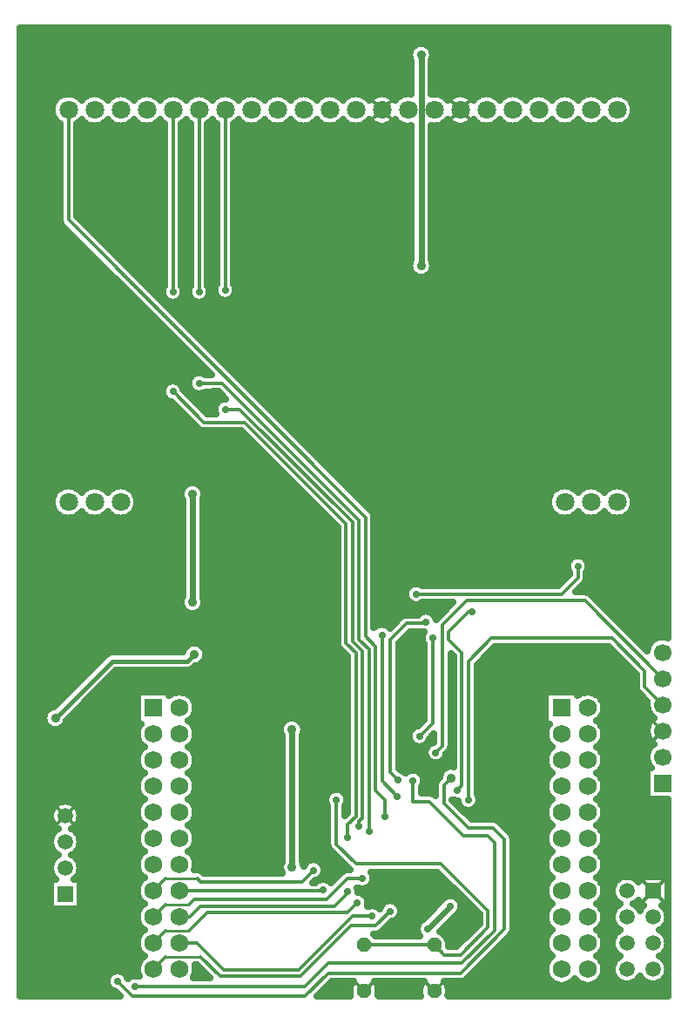
<source format=gbl>
G04 DipTrace 3.3.1.3*
G04 ViktorJager_MessageDisplay.GBL*
%MOMM*%
G04 #@! TF.FileFunction,Copper,L2,Bot*
G04 #@! TF.Part,Single*
%AMOUTLINE0*
4,1,8,
0.6929,0.287,
0.6929,-0.287,
0.287,-0.6929,
-0.287,-0.6929,
-0.6929,-0.287,
-0.6929,0.287,
-0.287,0.6929,
0.287,0.6929,
0.6929,0.287,
0*%
%AMOUTLINE3*
4,1,8,
-0.6929,-0.287,
-0.6929,0.287,
-0.287,0.6929,
0.287,0.6929,
0.6929,0.287,
0.6929,-0.287,
0.287,-0.6929,
-0.287,-0.6929,
-0.6929,-0.287,
0*%
G04 #@! TA.AperFunction,Conductor*
%ADD10C,0.25*%
%ADD13C,0.3*%
G04 #@! TA.AperFunction,ViaPad*
%ADD14C,0.6*%
G04 #@! TA.AperFunction,Conductor*
%ADD15C,0.4*%
G04 #@! TA.AperFunction,CopperBalancing*
%ADD16C,0.635*%
%ADD17C,0.33*%
G04 #@! TA.AperFunction,ComponentPad*
%ADD23C,1.5*%
%ADD24R,1.5X1.5*%
%ADD26R,1.75X1.75*%
%ADD27C,1.75*%
%ADD42R,1.7X1.7*%
%ADD43C,1.7*%
%ADD44C,1.8*%
G04 #@! TA.AperFunction,ViaPad*
%ADD45C,0.7*%
%ADD47C,0.9*%
G04 #@! TA.AperFunction,ComponentPad*
%ADD95OUTLINE0*%
%ADD98OUTLINE3*%
%FSLAX35Y35*%
G04*
G71*
G90*
G75*
G01*
G04 Bottom*
%LPD*%
X3766377Y2036000D2*
D13*
X3619500Y2182877D1*
Y3603627D1*
X3778250Y2190750D2*
X3698877Y2270123D1*
Y3556003D1*
X3857623Y3714750D1*
X4048127D1*
Y3730627D1*
X4349753Y2095500D2*
X4397377Y2143123D1*
Y3429007D1*
X4270377Y3556007D1*
Y3635377D1*
X4460877Y3825877D1*
X4492627D1*
X3651250Y1841500D2*
Y2000250D1*
X3556000Y2095500D1*
Y3492500D1*
X3460750Y3587750D1*
Y4746627D1*
X571500Y7635877D1*
Y8704250D1*
X1016000Y4032250D2*
D14*
Y4079877D1*
X682627Y3714750D2*
D15*
X698500D1*
X1820877Y3179750D2*
X1825627Y3175000D1*
X3016250Y4524377D2*
Y4540250D1*
X6132000Y9402250D2*
X6143627Y9413877D1*
X4417500Y9402250D2*
X4413250Y9398000D1*
X4381500Y8493127D2*
Y8477250D1*
X3619500Y8874123D2*
Y8890000D1*
X3032127Y9239250D2*
X3079750Y9191627D1*
X1047747Y238127D2*
D13*
X1190623Y95250D1*
X2873377D1*
X3095627Y317500D1*
X4381500D1*
X4810127Y746127D1*
Y1619250D1*
X4699000Y1730377D1*
X4460873D1*
X4222750Y1968500D1*
Y2143127D1*
X4294187Y2214563D1*
X1222373Y190500D2*
X2873377D1*
X3095627Y412750D1*
X4397377D1*
X4714877Y730250D1*
Y1587500D1*
X4651377Y1651000D1*
X4413250D1*
X4079873Y1984377D1*
X3921127D1*
Y2186000D1*
X3952877Y4000500D2*
X5365750D1*
X5524500Y4159250D1*
Y4270373D1*
X4143377Y2460627D2*
X4206877Y2524127D1*
Y3698877D1*
X4445000Y3937000D1*
X5592750D1*
X6350000Y3179750D1*
X4127500Y592877D2*
X3447500D1*
X3175000Y2000250D2*
Y1571627D1*
X3365500Y1381127D1*
X4191000D1*
X4651377Y920750D1*
Y762003D1*
X4381500Y492127D1*
X4228250D1*
X4127500Y592877D1*
X3048003Y1127127D2*
X3036877Y1116000D1*
X1651000D1*
X3381377Y1000127D2*
X3286127Y904877D1*
X1920877D1*
X1746250Y730250D1*
D10*
X1519250D1*
D13*
X1397000Y608000D1*
X3524250Y873127D2*
X3333753D1*
X2809877Y349250D1*
X2079623D1*
X1820873Y608000D1*
X1651000D1*
X3697750Y919627D2*
X3556000Y777877D1*
X3317877D1*
X2825750Y285750D1*
X2047873D1*
X1857373Y476250D1*
D10*
X1519250D1*
D13*
X1397000Y354000D1*
X3429000Y1238250D2*
X3286123D1*
X3079750Y1031877D1*
X1793877D1*
X1746250Y984250D1*
D10*
X1519250D1*
D13*
X1397000Y862000D1*
X3286127Y1111250D2*
Y1095377D1*
X3159127Y968377D1*
X1857377D1*
X1751000Y862000D1*
X1651000D1*
X2952753Y1317627D2*
X2841627Y1206500D1*
X1857373D1*
X1825623Y1238250D1*
D10*
X1519250D1*
D13*
X1397000Y1116000D1*
X3397750Y1745750D2*
Y1794377D1*
X3429000Y1825627D1*
Y3444873D1*
X3333750Y3540123D1*
Y4699003D1*
X2238377Y5794377D1*
X2095500D1*
Y6953250D2*
Y8704250D1*
X3492500Y1698627D2*
X3476627D1*
Y1682750D1*
X3492500Y1698627D2*
Y3460750D1*
X3397250Y3556000D1*
Y4714877D1*
X2063750Y6048377D1*
X1841500D1*
Y6937377D2*
Y8704250D1*
X3286127Y1635127D2*
Y1762127D1*
X3365500Y1841500D1*
Y3429000D1*
X3270250Y3524250D1*
Y4683127D1*
X2286000Y5667377D1*
X1889123D1*
X1587500Y5969000D1*
Y6937377D2*
Y8704250D1*
X4111623Y3571877D2*
Y2746373D1*
X3984627Y2619377D1*
X4460877Y2000250D2*
Y3349627D1*
X4683127Y3571877D1*
X5857877D1*
X6175377Y3254377D1*
Y3100373D1*
X6350000Y2925750D1*
X1778000Y3921127D2*
D14*
Y4968877D1*
X4000500Y7191377D2*
Y9239250D1*
X2746373Y2682870D2*
Y1349377D1*
X1793877Y3413127D2*
D15*
X1730377Y3349627D1*
X1000127D1*
X444500Y2794000D1*
X4286250Y968377D2*
D14*
X4064000Y746127D1*
D45*
X3766377Y2036000D3*
X3619500Y3603627D3*
X4349753Y2095500D3*
X4492627Y3825877D3*
X3651250Y1841500D3*
D47*
X1016000Y4032250D3*
X682627Y3714750D3*
X1820877Y3179750D3*
X3016250Y4524377D3*
X6132000Y9402250D3*
X4417500D3*
X4381500Y8493127D3*
X3619500Y8874123D3*
X3032127Y9239250D3*
D45*
X1047747Y238127D3*
D47*
X4294187Y2214563D3*
D45*
X1222373Y190500D3*
X3921127Y2186000D3*
X3952877Y4000500D3*
X5524500Y4270373D3*
X4143377Y2460627D3*
X3175000Y2000250D3*
X3048003Y1127127D3*
X3381377Y1000127D3*
X3524250Y873127D3*
X3697750Y919627D3*
X3429000Y1238250D3*
X3286127Y1111250D3*
X2952753Y1317627D3*
X3397750Y1745750D3*
X2095500Y5794377D3*
Y6953250D3*
X3492500Y1698627D3*
X1841500Y6048377D3*
Y6937377D3*
X3492500Y1698627D3*
X3286127Y1635127D3*
X1587500Y5969000D3*
Y6937377D3*
X4111623Y3571877D3*
X3984627Y2619377D3*
X4460877Y2000250D3*
D47*
X1778000Y3921127D3*
Y4968877D3*
X4000500Y7191377D3*
Y9239250D3*
X2746373Y2682870D3*
Y1349377D3*
D3*
X1793877Y3413127D3*
X444500Y2794000D3*
D45*
X4286250Y968377D3*
X4064000Y746127D3*
D47*
X2746373Y1349377D3*
D45*
X3825877Y4397377D3*
X4254500Y4095750D3*
X4572000Y4349750D3*
X5429250Y3333750D3*
X6143627Y2809877D3*
X6397627Y1492250D3*
X3222627Y95250D3*
X2222500Y1666877D3*
X1079500Y1270000D3*
X777877Y698500D3*
X1841500Y285750D3*
X539750Y2032000D3*
X158750Y2778127D3*
X3254377Y3127377D3*
X3873500Y2301877D3*
X3937000Y1238250D3*
X2667000Y3381377D3*
X3016250Y3444877D3*
X3778250Y2190750D3*
X4048127Y3730627D3*
D14*
X4254500Y587377D3*
X3921127Y3635377D3*
X104147Y9439083D2*
D16*
X6395913D1*
X104147Y9375917D2*
X6395913D1*
X104147Y9312750D2*
X3909270D1*
X4091777D2*
X6395913D1*
X104147Y9249583D2*
X3882293D1*
X4118663D2*
X6395913D1*
X104147Y9186417D2*
X3895053D1*
X4105903D2*
X6395913D1*
X104147Y9123250D2*
X3896877D1*
X4104170D2*
X6395913D1*
X104147Y9060083D2*
X3896877D1*
X4104170D2*
X6395913D1*
X104147Y8996917D2*
X3896877D1*
X4104170D2*
X6395913D1*
X104147Y8933750D2*
X3896877D1*
X4104170D2*
X6395913D1*
X104147Y8870583D2*
X3896877D1*
X4104170D2*
X6395913D1*
X104147Y8807417D2*
X446460D1*
X6030540D2*
X6395913D1*
X104147Y8744250D2*
X413007D1*
X6063990D2*
X6395913D1*
X104147Y8681083D2*
X409543D1*
X6067453D2*
X6395913D1*
X104147Y8617917D2*
X433697D1*
X6043300D2*
X6395913D1*
X104147Y8554750D2*
X482827D1*
X660137D2*
X770300D1*
X880707D2*
X1024233D1*
X1134730D2*
X1278257D1*
X1388753D2*
X1498830D1*
X1676137D2*
X1752853D1*
X1930160D2*
X2006877D1*
X2184183D2*
X2294257D1*
X2404757D2*
X2548280D1*
X2658780D2*
X2802303D1*
X2912713D2*
X3056237D1*
X3166737D2*
X3310260D1*
X3420760D2*
X3564283D1*
X3674693D2*
X3818307D1*
X4182740D2*
X4326263D1*
X4436763D2*
X4580287D1*
X4690697D2*
X4834220D1*
X4944720D2*
X5088243D1*
X5198743D2*
X5342267D1*
X5452767D2*
X5596290D1*
X5706697D2*
X5850220D1*
X5960720D2*
X6395913D1*
X104147Y8491583D2*
X482827D1*
X660137D2*
X1498830D1*
X1676137D2*
X1752853D1*
X1930160D2*
X2006877D1*
X2184183D2*
X3896877D1*
X4104170D2*
X6395913D1*
X104147Y8428417D2*
X482827D1*
X660137D2*
X1498830D1*
X1676137D2*
X1752853D1*
X1930160D2*
X2006877D1*
X2184183D2*
X3896877D1*
X4104170D2*
X6395913D1*
X104147Y8365250D2*
X482827D1*
X660137D2*
X1498830D1*
X1676137D2*
X1752853D1*
X1930160D2*
X2006877D1*
X2184183D2*
X3896877D1*
X4104170D2*
X6395913D1*
X104147Y8302083D2*
X482827D1*
X660137D2*
X1498830D1*
X1676137D2*
X1752853D1*
X1930160D2*
X2006877D1*
X2184183D2*
X3896877D1*
X4104170D2*
X6395913D1*
X104147Y8238917D2*
X482827D1*
X660137D2*
X1498830D1*
X1676137D2*
X1752853D1*
X1930160D2*
X2006877D1*
X2184183D2*
X3896877D1*
X4104170D2*
X6395913D1*
X104147Y8175750D2*
X482827D1*
X660137D2*
X1498830D1*
X1676137D2*
X1752853D1*
X1930160D2*
X2006877D1*
X2184183D2*
X3896877D1*
X4104170D2*
X6395913D1*
X104147Y8112583D2*
X482827D1*
X660137D2*
X1498830D1*
X1676137D2*
X1752853D1*
X1930160D2*
X2006877D1*
X2184183D2*
X3896877D1*
X4104170D2*
X6395913D1*
X104147Y8049417D2*
X482827D1*
X660137D2*
X1498830D1*
X1676137D2*
X1752853D1*
X1930160D2*
X2006877D1*
X2184183D2*
X3896877D1*
X4104170D2*
X6395913D1*
X104147Y7986250D2*
X482827D1*
X660137D2*
X1498830D1*
X1676137D2*
X1752853D1*
X1930160D2*
X2006877D1*
X2184183D2*
X3896877D1*
X4104170D2*
X6395913D1*
X104147Y7923083D2*
X482827D1*
X660137D2*
X1498830D1*
X1676137D2*
X1752853D1*
X1930160D2*
X2006877D1*
X2184183D2*
X3896877D1*
X4104170D2*
X6395913D1*
X104147Y7859917D2*
X482827D1*
X660137D2*
X1498830D1*
X1676137D2*
X1752853D1*
X1930160D2*
X2006877D1*
X2184183D2*
X3896877D1*
X4104170D2*
X6395913D1*
X104147Y7796750D2*
X482827D1*
X660137D2*
X1498830D1*
X1676137D2*
X1752853D1*
X1930160D2*
X2006877D1*
X2184183D2*
X3896877D1*
X4104170D2*
X6395913D1*
X104147Y7733583D2*
X482827D1*
X660137D2*
X1498830D1*
X1676137D2*
X1752853D1*
X1930160D2*
X2006877D1*
X2184183D2*
X3896877D1*
X4104170D2*
X6395913D1*
X104147Y7670417D2*
X482827D1*
X660137D2*
X1498830D1*
X1676137D2*
X1752853D1*
X1930160D2*
X2006877D1*
X2184183D2*
X3896877D1*
X4104170D2*
X6395913D1*
X104147Y7607250D2*
X488020D1*
X722843D2*
X1498830D1*
X1676137D2*
X1752853D1*
X1930160D2*
X2006877D1*
X2184183D2*
X3896877D1*
X4104170D2*
X6395913D1*
X104147Y7544083D2*
X540613D1*
X786007D2*
X1498830D1*
X1676137D2*
X1752853D1*
X1930160D2*
X2006877D1*
X2184183D2*
X3896877D1*
X4104170D2*
X6395913D1*
X104147Y7480917D2*
X603777D1*
X849170D2*
X1498830D1*
X1676137D2*
X1752853D1*
X1930160D2*
X2006877D1*
X2184183D2*
X3896877D1*
X4104170D2*
X6395913D1*
X104147Y7417750D2*
X666940D1*
X912337D2*
X1498830D1*
X1676137D2*
X1752853D1*
X1930160D2*
X2006877D1*
X2184183D2*
X3896877D1*
X4104170D2*
X6395913D1*
X104147Y7354583D2*
X730103D1*
X975500D2*
X1498830D1*
X1676137D2*
X1752853D1*
X1930160D2*
X2006877D1*
X2184183D2*
X3896877D1*
X4104170D2*
X6395913D1*
X104147Y7291417D2*
X793270D1*
X1038663D2*
X1498830D1*
X1676137D2*
X1752853D1*
X1930160D2*
X2006877D1*
X2184183D2*
X3896877D1*
X4104170D2*
X6395913D1*
X104147Y7228250D2*
X856433D1*
X1101827D2*
X1498830D1*
X1676137D2*
X1752853D1*
X1930160D2*
X2006877D1*
X2184183D2*
X3888127D1*
X4112920D2*
X6395913D1*
X104147Y7165083D2*
X919597D1*
X1164993D2*
X1498830D1*
X1676137D2*
X1752853D1*
X1930160D2*
X2006877D1*
X2184183D2*
X3885027D1*
X4116020D2*
X6395913D1*
X104147Y7101917D2*
X982760D1*
X1228157D2*
X1498830D1*
X1676137D2*
X1752853D1*
X1930160D2*
X2006877D1*
X2184183D2*
X3926317D1*
X4074730D2*
X6395913D1*
X104147Y7038750D2*
X1045923D1*
X1291320D2*
X1498830D1*
X1676137D2*
X1752853D1*
X1930160D2*
X2006877D1*
X2184183D2*
X6395913D1*
X104147Y6975583D2*
X1109090D1*
X1354483D2*
X1486250D1*
X1688717D2*
X1740273D1*
X1942740D2*
X1989283D1*
X2201683D2*
X6395913D1*
X104147Y6912417D2*
X1172253D1*
X1417647D2*
X1481967D1*
X1693090D2*
X1735990D1*
X1947023D2*
X1995390D1*
X2195670D2*
X6395913D1*
X104147Y6849250D2*
X1235417D1*
X1480813D2*
X1529180D1*
X1645787D2*
X1783203D1*
X1899810D2*
X6395913D1*
X104147Y6786083D2*
X1298580D1*
X1543977D2*
X6395913D1*
X104147Y6722917D2*
X1361747D1*
X1607140D2*
X6395913D1*
X104147Y6659750D2*
X1424910D1*
X1670397D2*
X6395913D1*
X104147Y6596583D2*
X1488073D1*
X1733560D2*
X6395913D1*
X104147Y6533417D2*
X1551237D1*
X1796723D2*
X6395913D1*
X104147Y6470250D2*
X1614400D1*
X1859887D2*
X6395913D1*
X104147Y6407083D2*
X1677567D1*
X1923053D2*
X6395913D1*
X104147Y6343917D2*
X1740730D1*
X1986217D2*
X6395913D1*
X104147Y6280750D2*
X1803893D1*
X2049380D2*
X6395913D1*
X104147Y6217583D2*
X1867057D1*
X2112543D2*
X6395913D1*
X104147Y6154417D2*
X1930220D1*
X2175707D2*
X6395913D1*
X104147Y6091250D2*
X1742280D1*
X2238873D2*
X6395913D1*
X104147Y6028083D2*
X1497643D1*
X1677323D2*
X1734897D1*
X2302037D2*
X6395913D1*
X104147Y5964917D2*
X1478960D1*
X1714327D2*
X1776003D1*
X1907010D2*
X2024467D1*
X2365200D2*
X6395913D1*
X104147Y5901750D2*
X1504113D1*
X1777493D2*
X2087630D1*
X2428363D2*
X6395913D1*
X104147Y5838583D2*
X1595170D1*
X1840657D2*
X1996940D1*
X2491530D2*
X6395913D1*
X104147Y5775417D2*
X1658333D1*
X1903820D2*
X1988647D1*
X2554693D2*
X6395913D1*
X104147Y5712250D2*
X1721497D1*
X2617857D2*
X6395913D1*
X104147Y5649083D2*
X1784663D1*
X2681020D2*
X6395913D1*
X104147Y5585917D2*
X1871160D1*
X2744183D2*
X6395913D1*
X104147Y5522750D2*
X2307930D1*
X2807350D2*
X6395913D1*
X104147Y5459583D2*
X2371093D1*
X2870513D2*
X6395913D1*
X104147Y5396417D2*
X2434257D1*
X2933677D2*
X6395913D1*
X104147Y5333250D2*
X2497423D1*
X2996840D2*
X6395913D1*
X104147Y5270083D2*
X2560587D1*
X3060003D2*
X6395913D1*
X104147Y5206917D2*
X2623750D1*
X3123170D2*
X6395913D1*
X104147Y5143750D2*
X2686913D1*
X3186333D2*
X6395913D1*
X104147Y5080583D2*
X1760233D1*
X1795777D2*
X2750080D1*
X3249497D2*
X6395913D1*
X104147Y5017417D2*
X467330D1*
X675720D2*
X721353D1*
X929653D2*
X975287D1*
X1183677D2*
X1670363D1*
X1885590D2*
X2813243D1*
X3312660D2*
X5293320D1*
X5501710D2*
X5547343D1*
X5755643D2*
X5801367D1*
X6009667D2*
X6395913D1*
X104147Y4954250D2*
X419753D1*
X1231253D2*
X1660340D1*
X1895707D2*
X2876407D1*
X3375827D2*
X5245743D1*
X6057243D2*
X6395913D1*
X104147Y4891083D2*
X407903D1*
X1243103D2*
X1674377D1*
X1881670D2*
X2939570D1*
X3438990D2*
X5233893D1*
X6069093D2*
X6395913D1*
X104147Y4827917D2*
X422487D1*
X1228430D2*
X1674377D1*
X1881670D2*
X3002733D1*
X3502153D2*
X5248567D1*
X6054510D2*
X6395913D1*
X104147Y4764750D2*
X475900D1*
X667153D2*
X729830D1*
X921087D2*
X983853D1*
X1175110D2*
X1674377D1*
X1881670D2*
X3065900D1*
X3547363D2*
X5301887D1*
X5493143D2*
X5555913D1*
X5747167D2*
X5809843D1*
X6001100D2*
X6395913D1*
X104147Y4701583D2*
X1674377D1*
X1881670D2*
X3129063D1*
X3549367D2*
X6395913D1*
X104147Y4638417D2*
X1674377D1*
X1881670D2*
X3181653D1*
X3549367D2*
X6395913D1*
X104147Y4575250D2*
X1674377D1*
X1881670D2*
X3181653D1*
X3549367D2*
X6395913D1*
X104147Y4512083D2*
X1674377D1*
X1881670D2*
X3181653D1*
X3549367D2*
X6395913D1*
X104147Y4448917D2*
X1674377D1*
X1881670D2*
X3181653D1*
X3549367D2*
X6395913D1*
X104147Y4385750D2*
X1674377D1*
X1881670D2*
X3181653D1*
X3549367D2*
X6395913D1*
X104147Y4322583D2*
X1674377D1*
X1881670D2*
X3181653D1*
X3549367D2*
X5430220D1*
X5618833D2*
X6395913D1*
X104147Y4259417D2*
X1674377D1*
X1881670D2*
X3181653D1*
X3549367D2*
X5416460D1*
X5632597D2*
X6395913D1*
X104147Y4196250D2*
X1674377D1*
X1881670D2*
X3181653D1*
X3549367D2*
X5435873D1*
X5613183D2*
X6395913D1*
X104147Y4133083D2*
X1674377D1*
X1881670D2*
X3181653D1*
X3549367D2*
X5375627D1*
X5608897D2*
X6395913D1*
X104147Y4069917D2*
X1674377D1*
X1881670D2*
X3181653D1*
X3549367D2*
X3871353D1*
X5557857D2*
X6395913D1*
X104147Y4006750D2*
X1674377D1*
X1881670D2*
X3181653D1*
X3549367D2*
X3844467D1*
X5642803D2*
X6395913D1*
X104147Y3943583D2*
X1661613D1*
X1894340D2*
X3181653D1*
X3549367D2*
X3861510D1*
X5708887D2*
X6395913D1*
X104147Y3880417D2*
X1666993D1*
X1888963D2*
X3181653D1*
X3549367D2*
X4265650D1*
X5772050D2*
X6395913D1*
X104147Y3817250D2*
X1728970D1*
X1826983D2*
X3181653D1*
X3549367D2*
X3987383D1*
X4108910D2*
X4202487D1*
X5835213D2*
X6395913D1*
X104147Y3754083D2*
X3181653D1*
X3549367D2*
X3774193D1*
X5898377D2*
X6395913D1*
X104147Y3690917D2*
X3181653D1*
X3679160D2*
X3711030D1*
X5961540D2*
X6395913D1*
X104147Y3627750D2*
X3181653D1*
X3893350D2*
X4019557D1*
X6024707D2*
X6395913D1*
X104147Y3564583D2*
X3181653D1*
X3830187D2*
X4003243D1*
X6087870D2*
X6265663D1*
X104147Y3501417D2*
X1718127D1*
X1869640D2*
X3184843D1*
X3787530D2*
X4023020D1*
X6151033D2*
X6207240D1*
X104147Y3438250D2*
X1678113D1*
X1909653D2*
X3233517D1*
X3787530D2*
X4023020D1*
X4672193D2*
X5868817D1*
X104147Y3375083D2*
X895807D1*
X1905917D2*
X3276900D1*
X3787530D2*
X4023020D1*
X4609030D2*
X5931980D1*
X104147Y3311917D2*
X832643D1*
X1848860D2*
X3276900D1*
X3787530D2*
X4023020D1*
X4549510D2*
X5995143D1*
X104147Y3248750D2*
X769480D1*
X1029003D2*
X3276900D1*
X3787530D2*
X4023020D1*
X4549510D2*
X6058307D1*
X104147Y3185583D2*
X706317D1*
X965837D2*
X3276900D1*
X3787530D2*
X4023020D1*
X4549510D2*
X6086747D1*
X104147Y3122417D2*
X643150D1*
X902673D2*
X3276900D1*
X3787530D2*
X4023020D1*
X4549510D2*
X6086747D1*
X104147Y3059250D2*
X579987D1*
X839510D2*
X3276900D1*
X3787530D2*
X4023020D1*
X4549510D2*
X6097773D1*
X104147Y2996083D2*
X516823D1*
X776347D2*
X1235873D1*
X1773663D2*
X3276900D1*
X3787530D2*
X4023020D1*
X4549510D2*
X5204637D1*
X5742427D2*
X6156927D1*
X104147Y2932917D2*
X453660D1*
X713183D2*
X1235873D1*
X1807207D2*
X3276900D1*
X3787530D2*
X4023020D1*
X4549510D2*
X5204637D1*
X5775877D2*
X6191563D1*
X104147Y2869750D2*
X355220D1*
X650017D2*
X1235873D1*
X1810213D2*
X3276900D1*
X3787530D2*
X4023020D1*
X4549510D2*
X5204637D1*
X5778977D2*
X6202043D1*
X104147Y2806583D2*
X326603D1*
X586853D2*
X1235873D1*
X1785057D2*
X3276900D1*
X3787530D2*
X4023020D1*
X4549510D2*
X5204637D1*
X5753820D2*
X6248803D1*
X104147Y2743417D2*
X337903D1*
X551123D2*
X1235873D1*
X1772480D2*
X2645443D1*
X2847270D2*
X3276900D1*
X3787530D2*
X3985923D1*
X4549510D2*
X5204637D1*
X5741243D2*
X6209247D1*
X104147Y2680250D2*
X1241160D1*
X1806840D2*
X2627760D1*
X2864953D2*
X3276900D1*
X3787530D2*
X3896053D1*
X4549510D2*
X5209923D1*
X5775603D2*
X6191563D1*
X104147Y2617083D2*
X1237603D1*
X1810397D2*
X2642710D1*
X2850003D2*
X3276900D1*
X3787530D2*
X3876003D1*
X4549510D2*
X5206277D1*
X5779160D2*
X6201497D1*
X104147Y2553917D2*
X1262030D1*
X1785970D2*
X2642710D1*
X2850003D2*
X3276900D1*
X3787530D2*
X3899700D1*
X4549510D2*
X5230793D1*
X5754730D2*
X6247163D1*
X104147Y2490750D2*
X1276707D1*
X1771293D2*
X2642710D1*
X2850003D2*
X3276900D1*
X3787530D2*
X4039247D1*
X4549510D2*
X5245470D1*
X5740057D2*
X6209973D1*
X104147Y2427583D2*
X1241523D1*
X1806477D2*
X2642710D1*
X2850003D2*
X3276900D1*
X3787530D2*
X4040247D1*
X4246540D2*
X4308763D1*
X4549510D2*
X5210287D1*
X5775240D2*
X6191653D1*
X104147Y2364417D2*
X1237330D1*
X1810670D2*
X2642710D1*
X2850003D2*
X3276900D1*
X3787530D2*
X4102317D1*
X4184470D2*
X4308763D1*
X4549510D2*
X5206093D1*
X5779340D2*
X6201043D1*
X104147Y2301250D2*
X1261120D1*
X1786880D2*
X2642710D1*
X2850003D2*
X3276900D1*
X3790447D2*
X4216433D1*
X4549510D2*
X5229883D1*
X5755643D2*
X6191380D1*
X104147Y2238083D2*
X1277890D1*
X1770110D2*
X2642710D1*
X2850003D2*
X3276900D1*
X4015487D2*
X4178060D1*
X4549510D2*
X5246653D1*
X5738780D2*
X6191380D1*
X104147Y2174917D2*
X1241887D1*
X1806113D2*
X2642710D1*
X2850003D2*
X3276900D1*
X4029160D2*
X4140507D1*
X4549510D2*
X5210650D1*
X5774783D2*
X6191380D1*
X104147Y2111750D2*
X1237150D1*
X1810850D2*
X2642710D1*
X2850003D2*
X3276900D1*
X4009743D2*
X4134127D1*
X4549510D2*
X5205913D1*
X5779523D2*
X6191380D1*
X104147Y2048583D2*
X1260300D1*
X1787700D2*
X2642710D1*
X2850003D2*
X3078477D1*
X4557350D2*
X5228970D1*
X5756463D2*
X6191380D1*
X104147Y1985417D2*
X503790D1*
X575733D2*
X1279167D1*
X1768833D2*
X2642710D1*
X2850003D2*
X3067447D1*
X4568470D2*
X5247930D1*
X5737597D2*
X6395913D1*
X104147Y1922250D2*
X413100D1*
X666423D2*
X1242343D1*
X1805657D2*
X2642710D1*
X2850003D2*
X3086317D1*
X4533377D2*
X5211107D1*
X5774420D2*
X6395913D1*
X104147Y1859083D2*
X391680D1*
X687843D2*
X1237057D1*
X1810943D2*
X2642710D1*
X2850003D2*
X3086317D1*
X4454900D2*
X5205730D1*
X5779707D2*
X6395913D1*
X104147Y1795917D2*
X400340D1*
X679183D2*
X1259387D1*
X1788613D2*
X2642710D1*
X2850003D2*
X3086317D1*
X4755137D2*
X5228150D1*
X5757373D2*
X6395913D1*
X104147Y1732750D2*
X447553D1*
X631880D2*
X1280533D1*
X1767467D2*
X2642710D1*
X2850003D2*
X3086317D1*
X4819393D2*
X5249207D1*
X5736230D2*
X6395913D1*
X104147Y1669583D2*
X413920D1*
X665513D2*
X1242710D1*
X1805290D2*
X2642710D1*
X2850003D2*
X3086317D1*
X4881553D2*
X5211470D1*
X5774053D2*
X6395913D1*
X104147Y1606417D2*
X391863D1*
X687660D2*
X1236877D1*
X1811123D2*
X2642710D1*
X2850003D2*
X3086317D1*
X4898780D2*
X5205637D1*
X5779887D2*
X6395913D1*
X104147Y1543250D2*
X399793D1*
X679730D2*
X1258567D1*
X1789433D2*
X2642710D1*
X2850003D2*
X3091420D1*
X4898780D2*
X5227330D1*
X5758197D2*
X6395913D1*
X104147Y1480083D2*
X445820D1*
X633613D2*
X1281810D1*
X1766190D2*
X2642710D1*
X2850003D2*
X3143830D1*
X4898780D2*
X5250573D1*
X5734953D2*
X6395913D1*
X104147Y1416917D2*
X414830D1*
X664693D2*
X1243163D1*
X1804837D2*
X2642710D1*
X2850003D2*
X2921797D1*
X2983717D2*
X3206993D1*
X4898780D2*
X5211927D1*
X5773600D2*
X6395913D1*
X104147Y1353750D2*
X391953D1*
X687570D2*
X1236693D1*
X1811307D2*
X2627853D1*
X3054810D2*
X3270157D1*
X4898780D2*
X5205457D1*
X5780070D2*
X6395913D1*
X104147Y1290583D2*
X399337D1*
X680187D2*
X1257747D1*
X1895980D2*
X2644350D1*
X3057727D2*
X3215743D1*
X3523207D2*
X4158830D1*
X4898780D2*
X5226510D1*
X5758923D2*
X6395913D1*
X104147Y1227417D2*
X444180D1*
X635343D2*
X1283177D1*
X3074497D2*
X3152580D1*
X3537063D2*
X4221993D1*
X4898780D2*
X5251940D1*
X5733587D2*
X5905913D1*
X104147Y1164250D2*
X391133D1*
X688390D2*
X1243530D1*
X3505980D2*
X4285157D1*
X4898780D2*
X5212293D1*
X5773143D2*
X5860520D1*
X104147Y1101083D2*
X391133D1*
X688390D2*
X1236603D1*
X3404170D2*
X4348320D1*
X4898780D2*
X5205363D1*
X5780160D2*
X5852863D1*
X104147Y1037917D2*
X391133D1*
X688390D2*
X1257020D1*
X3482740D2*
X4204857D1*
X4367583D2*
X4411483D1*
X4898780D2*
X5225780D1*
X5759743D2*
X5875470D1*
X104147Y974750D2*
X391133D1*
X688390D2*
X1284637D1*
X3542317D2*
X3605210D1*
X3790267D2*
X4148710D1*
X4394653D2*
X4474650D1*
X4898780D2*
X5253307D1*
X5732127D2*
X5907643D1*
X104147Y911583D2*
X1243983D1*
X3806033D2*
X4085547D1*
X4377700D2*
X4537813D1*
X4898780D2*
X5212747D1*
X5772780D2*
X5861067D1*
X104147Y848417D2*
X1236420D1*
X3777503D2*
X4022383D1*
X4310253D2*
X4562697D1*
X4898780D2*
X5205183D1*
X5780253D2*
X5852773D1*
X104147Y785250D2*
X1256197D1*
X3686087D2*
X3963137D1*
X4247087D2*
X4551940D1*
X4898780D2*
X5224960D1*
X5760563D2*
X5874557D1*
X104147Y722083D2*
X1286003D1*
X3622920D2*
X3958217D1*
X4193220D2*
X4488777D1*
X4895137D2*
X5254767D1*
X5730760D2*
X5909377D1*
X6346177D2*
X6395913D1*
X104147Y658917D2*
X1244440D1*
X4259120D2*
X4425520D1*
X4845643D2*
X5213203D1*
X5772230D2*
X5861523D1*
X104147Y595750D2*
X1236330D1*
X4270420D2*
X4362357D1*
X4782480D2*
X5205090D1*
X5780433D2*
X5852683D1*
X104147Y532583D2*
X1255470D1*
X4719313D2*
X5224233D1*
X5761293D2*
X5873737D1*
X104147Y469417D2*
X1287460D1*
X4656150D2*
X5256223D1*
X5729210D2*
X5911197D1*
X6344353D2*
X6395913D1*
X104147Y406250D2*
X1244987D1*
X4592987D2*
X5213660D1*
X5771777D2*
X5862070D1*
X104147Y343083D2*
X1236237D1*
X1811763D2*
X1867787D1*
X4529823D2*
X5205000D1*
X5780527D2*
X5852500D1*
X104147Y279917D2*
X948033D1*
X1793260D2*
X1930950D1*
X4466660D2*
X5223503D1*
X5762023D2*
X5872917D1*
X104147Y216750D2*
X941380D1*
X3117610D2*
X3322020D1*
X3572973D2*
X4001967D1*
X4253013D2*
X5287853D1*
X5443650D2*
X5541783D1*
X5697673D2*
X5956863D1*
X6044667D2*
X6210887D1*
X6298600D2*
X6395913D1*
X104147Y153583D2*
X983853D1*
X3054447D2*
X3304610D1*
X3590473D2*
X3984557D1*
X4270420D2*
X6395913D1*
X4264080Y171450D2*
X4263910Y109397D1*
X4262600Y100143D1*
X4266000Y97750D1*
X6402183D1*
X6402250Y2011507D1*
X6197710Y2011460D1*
Y2316040D1*
X6236630D1*
X6226793Y2328237D1*
X6214310Y2348613D1*
X6205163Y2370690D1*
X6199583Y2393927D1*
X6197710Y2417750D1*
X6199583Y2441573D1*
X6205163Y2464810D1*
X6214310Y2486887D1*
X6226793Y2507263D1*
X6242313Y2525437D1*
X6260487Y2540957D1*
X6266040Y2544667D1*
X6252263Y2554960D1*
X6238717Y2567787D1*
X6226843Y2582170D1*
X6216813Y2597903D1*
X6208783Y2614740D1*
X6202873Y2632433D1*
X6199170Y2650717D1*
X6197730Y2669317D1*
X6198573Y2687953D1*
X6201690Y2706347D1*
X6207033Y2724220D1*
X6214523Y2741307D1*
X6224043Y2757347D1*
X6235453Y2772107D1*
X6248583Y2785357D1*
X6263233Y2796907D1*
X6265973Y2798743D1*
X6251097Y2809947D1*
X6234197Y2826847D1*
X6220150Y2846180D1*
X6209303Y2867470D1*
X6201917Y2890200D1*
X6198180Y2913800D1*
Y2937700D1*
X6201270Y2958050D1*
X6112803Y3046930D1*
X6105213Y3057377D1*
X6099350Y3068883D1*
X6095360Y3081163D1*
X6093340Y3093917D1*
X6093087Y3220230D1*
X5823750Y3489630D1*
X4717187Y3489587D1*
X4543130Y3315507D1*
X4543167Y2061097D1*
X4552017Y2046690D1*
X4558160Y2031860D1*
X4561907Y2016253D1*
X4563167Y2000250D1*
X4561907Y1984247D1*
X4558160Y1968640D1*
X4552017Y1953810D1*
X4543630Y1940127D1*
X4533207Y1927920D1*
X4521000Y1917497D1*
X4507317Y1909110D1*
X4492487Y1902967D1*
X4476880Y1899220D1*
X4460877Y1897960D1*
X4444873Y1899220D1*
X4429267Y1902967D1*
X4414437Y1909110D1*
X4400753Y1917497D1*
X4388547Y1927920D1*
X4378123Y1940127D1*
X4369737Y1953810D1*
X4363593Y1968640D1*
X4359847Y1984247D1*
X4358847Y1993637D1*
X4341727Y1993527D1*
X4325873Y1996037D1*
X4310610Y2000997D1*
X4305040Y2003127D1*
X4330437Y1977190D1*
X4494977Y1812650D1*
X4705457Y1812413D1*
X4718210Y1810393D1*
X4730490Y1806403D1*
X4741997Y1800540D1*
X4752443Y1792950D1*
X4868313Y1677437D1*
X4876700Y1667620D1*
X4883447Y1656610D1*
X4888390Y1644680D1*
X4891403Y1632123D1*
X4892417Y1619223D1*
X4892163Y739670D1*
X4890143Y726917D1*
X4886153Y714637D1*
X4880290Y703130D1*
X4872700Y692683D1*
X4752820Y572443D1*
X4434943Y254927D1*
X4424497Y247337D1*
X4412990Y241473D1*
X4400710Y237483D1*
X4387957Y235463D1*
X4228283Y235210D1*
X4250493Y212123D1*
X4257710Y200157D1*
X4262300Y186957D1*
X4264063Y173073D1*
X3990920Y118843D2*
X3991090Y176357D1*
X3993523Y190120D1*
X3998750Y203080D1*
X4006540Y214683D1*
X4026677Y235207D1*
X3548337Y235210D1*
X3570563Y212030D1*
X3577760Y200050D1*
X3582327Y186840D1*
X3584067Y172977D1*
X3583920Y109513D1*
X3582623Y100260D1*
X3589333Y97750D1*
X3993017D1*
X3991193Y108120D1*
X3990920Y118843D1*
X4264080Y621487D2*
Y574450D1*
X4347377Y574417D1*
X4569060Y796063D1*
X4569087Y886600D1*
X4156927Y1298823D1*
X3511753Y1298373D1*
X3520140Y1284690D1*
X3526283Y1269860D1*
X3530030Y1254253D1*
X3531290Y1238250D1*
X3530030Y1222247D1*
X3526283Y1206640D1*
X3520140Y1191810D1*
X3511753Y1178127D1*
X3501330Y1165920D1*
X3489123Y1155497D1*
X3475440Y1147110D1*
X3460610Y1140967D1*
X3445003Y1137220D1*
X3429000Y1135960D1*
X3412997Y1137220D1*
X3397390Y1140967D1*
X3381767Y1147553D1*
X3385590Y1135130D1*
X3388100Y1119277D1*
X3387980Y1102197D1*
X3405257Y1099590D1*
X3420520Y1094630D1*
X3434823Y1087343D1*
X3447810Y1077910D1*
X3459160Y1066560D1*
X3468593Y1053573D1*
X3475880Y1039270D1*
X3480840Y1024007D1*
X3483350Y1008153D1*
Y992100D1*
X3480840Y976247D1*
X3476933Y963837D1*
X3492640Y970410D1*
X3508247Y974157D1*
X3524250Y975417D1*
X3540253Y974157D1*
X3555860Y970410D1*
X3570690Y964267D1*
X3584373Y955880D1*
X3598303Y943590D1*
X3603247Y958770D1*
X3610533Y973073D1*
X3619967Y986060D1*
X3631317Y997410D1*
X3644303Y1006843D1*
X3658607Y1014130D1*
X3673870Y1019090D1*
X3689723Y1021600D1*
X3705777D1*
X3721630Y1019090D1*
X3736893Y1014130D1*
X3751197Y1006843D1*
X3764183Y997410D1*
X3775533Y986060D1*
X3784967Y973073D1*
X3792253Y958770D1*
X3797213Y943507D1*
X3799723Y927653D1*
Y911600D1*
X3797213Y895747D1*
X3792253Y880483D1*
X3784967Y866180D1*
X3775533Y853193D1*
X3764183Y841843D1*
X3751197Y832410D1*
X3736893Y825123D1*
X3721630Y820163D1*
X3713037Y818510D1*
X3609443Y715303D1*
X3598997Y707713D1*
X3587490Y701850D1*
X3575210Y697860D1*
X3562457Y695840D1*
X3537863Y695587D1*
X3558350Y675177D1*
X3990273Y675167D1*
X3981247Y686003D1*
X3972860Y699687D1*
X3966717Y714517D1*
X3962970Y730123D1*
X3961710Y746127D1*
X3962970Y762130D1*
X3966717Y777737D1*
X3972860Y792567D1*
X3981247Y806250D1*
X3991670Y818457D1*
X4003877Y828880D1*
X4017533Y837253D1*
X4195063Y1014780D1*
X4203497Y1028500D1*
X4213920Y1040707D1*
X4226127Y1051130D1*
X4239810Y1059517D1*
X4254640Y1065660D1*
X4270247Y1069407D1*
X4286250Y1070667D1*
X4302253Y1069407D1*
X4317860Y1065660D1*
X4332690Y1059517D1*
X4346373Y1051130D1*
X4358580Y1040707D1*
X4369003Y1028500D1*
X4377390Y1014817D1*
X4383533Y999987D1*
X4387280Y984380D1*
X4388540Y968377D1*
X4387280Y952373D1*
X4383533Y936767D1*
X4377390Y921937D1*
X4369003Y908253D1*
X4358580Y896047D1*
X4346373Y885623D1*
X4332717Y877250D1*
X4180450Y724987D1*
X4191360Y719540D1*
X4199900Y713333D1*
X4247957Y665277D1*
X4254163Y656737D1*
X4258957Y647327D1*
X4262220Y637287D1*
X4263873Y626857D1*
X4264080Y621557D1*
X3553767Y679763D2*
X3553797Y679733D1*
X3310920Y118843D2*
X3311090Y176357D1*
X3313523Y190117D1*
X3318750Y203080D1*
X3326540Y214683D1*
X3346677Y235207D1*
X3129793Y235210D1*
X2992240Y97737D1*
X3312887Y97750D1*
X3310933Y112777D1*
X3310920Y118843D1*
X6112433Y1028010D2*
X6101363Y1015387D1*
X6084387Y1000883D1*
X6064913Y989017D1*
X6084387Y977117D1*
X6101363Y962613D1*
X6115867Y945637D1*
X6127733Y926163D1*
X6139633Y945637D1*
X6154137Y962613D1*
X6166760Y973683D1*
X6112460Y973710D1*
Y1027870D1*
X5936587Y989017D2*
X5917113Y1000883D1*
X5900137Y1015387D1*
X5885633Y1032363D1*
X5873970Y1051403D1*
X5865423Y1072030D1*
X5860213Y1093740D1*
X5858460Y1116000D1*
X5860213Y1138260D1*
X5865423Y1159970D1*
X5873970Y1180597D1*
X5885633Y1199637D1*
X5900137Y1216613D1*
X5917113Y1231117D1*
X5936153Y1242780D1*
X5956780Y1251327D1*
X5978490Y1256537D1*
X6000750Y1258290D1*
X6023010Y1256537D1*
X6044720Y1251327D1*
X6065347Y1242780D1*
X6084387Y1231117D1*
X6101363Y1216613D1*
X6112433Y1203990D1*
X6112460Y1258290D1*
X6397040D1*
Y973710D1*
X6342880D1*
X6355363Y962613D1*
X6369867Y945637D1*
X6381530Y926597D1*
X6390077Y905970D1*
X6395287Y884260D1*
X6397040Y862000D1*
X6395287Y839740D1*
X6390077Y818030D1*
X6381530Y797403D1*
X6369867Y778363D1*
X6355363Y761387D1*
X6338387Y746883D1*
X6318913Y735017D1*
X6338387Y723117D1*
X6355363Y708613D1*
X6369867Y691637D1*
X6381530Y672597D1*
X6390077Y651970D1*
X6395287Y630260D1*
X6397040Y608000D1*
X6395287Y585740D1*
X6390077Y564030D1*
X6381530Y543403D1*
X6369867Y524363D1*
X6355363Y507387D1*
X6338387Y492883D1*
X6318913Y481017D1*
X6338387Y469117D1*
X6355363Y454613D1*
X6369867Y437637D1*
X6381530Y418597D1*
X6390077Y397970D1*
X6395287Y376260D1*
X6397040Y354000D1*
X6395287Y331740D1*
X6390077Y310030D1*
X6381530Y289403D1*
X6369867Y270363D1*
X6355363Y253387D1*
X6338387Y238883D1*
X6319347Y227220D1*
X6298720Y218673D1*
X6277010Y213463D1*
X6254750Y211710D1*
X6232490Y213463D1*
X6210780Y218673D1*
X6190153Y227220D1*
X6171113Y238883D1*
X6154137Y253387D1*
X6139633Y270363D1*
X6127767Y289837D1*
X6115867Y270363D1*
X6101363Y253387D1*
X6084387Y238883D1*
X6065347Y227220D1*
X6044720Y218673D1*
X6023010Y213463D1*
X6000750Y211710D1*
X5978490Y213463D1*
X5956780Y218673D1*
X5936153Y227220D1*
X5917113Y238883D1*
X5900137Y253387D1*
X5885633Y270363D1*
X5873970Y289403D1*
X5865423Y310030D1*
X5860213Y331740D1*
X5858460Y354000D1*
X5860213Y376260D1*
X5865423Y397970D1*
X5873970Y418597D1*
X5885633Y437637D1*
X5900137Y454613D1*
X5917113Y469117D1*
X5936587Y480983D1*
X5917113Y492883D1*
X5900137Y507387D1*
X5885633Y524363D1*
X5873970Y543403D1*
X5865423Y564030D1*
X5860213Y585740D1*
X5858460Y608000D1*
X5860213Y630260D1*
X5865423Y651970D1*
X5873970Y672597D1*
X5885633Y691637D1*
X5900137Y708613D1*
X5917113Y723117D1*
X5936587Y734983D1*
X5917113Y746883D1*
X5900137Y761387D1*
X5885633Y778363D1*
X5873970Y797403D1*
X5865423Y818030D1*
X5860213Y839740D1*
X5858460Y862000D1*
X5860213Y884260D1*
X5865423Y905970D1*
X5873970Y926597D1*
X5885633Y945637D1*
X5900137Y962613D1*
X5917113Y977117D1*
X5936587Y988983D1*
X1265543Y3048790D2*
X1551790D1*
Y3012787D1*
X1570123Y3025980D1*
X1591763Y3037007D1*
X1614863Y3044513D1*
X1638857Y3048313D1*
X1663143D1*
X1687137Y3044513D1*
X1710237Y3037007D1*
X1731877Y3025980D1*
X1751527Y3011703D1*
X1768703Y2994527D1*
X1782980Y2974877D1*
X1794007Y2953237D1*
X1801513Y2930137D1*
X1805313Y2906143D1*
Y2881857D1*
X1801513Y2857863D1*
X1794007Y2834763D1*
X1782980Y2813123D1*
X1768703Y2793473D1*
X1751527Y2776297D1*
X1739417Y2767057D1*
X1751527Y2757703D1*
X1768703Y2740527D1*
X1782980Y2720877D1*
X1794007Y2699237D1*
X1801513Y2676137D1*
X1805313Y2652143D1*
Y2627857D1*
X1801513Y2603863D1*
X1794007Y2580763D1*
X1782980Y2559123D1*
X1768703Y2539473D1*
X1751527Y2522297D1*
X1739417Y2513057D1*
X1751527Y2503703D1*
X1768703Y2486527D1*
X1782980Y2466877D1*
X1794007Y2445237D1*
X1801513Y2422137D1*
X1805313Y2398143D1*
Y2373857D1*
X1801513Y2349863D1*
X1794007Y2326763D1*
X1782980Y2305123D1*
X1768703Y2285473D1*
X1751527Y2268297D1*
X1739417Y2259057D1*
X1751527Y2249703D1*
X1768703Y2232527D1*
X1782980Y2212877D1*
X1794007Y2191237D1*
X1801513Y2168137D1*
X1805313Y2144143D1*
Y2119857D1*
X1801513Y2095863D1*
X1794007Y2072763D1*
X1782980Y2051123D1*
X1768703Y2031473D1*
X1751527Y2014297D1*
X1739417Y2005057D1*
X1751527Y1995703D1*
X1768703Y1978527D1*
X1782980Y1958877D1*
X1794007Y1937237D1*
X1801513Y1914137D1*
X1805313Y1890143D1*
Y1865857D1*
X1801513Y1841863D1*
X1794007Y1818763D1*
X1782980Y1797123D1*
X1768703Y1777473D1*
X1751527Y1760297D1*
X1739417Y1751057D1*
X1751527Y1741703D1*
X1768703Y1724527D1*
X1782980Y1704877D1*
X1794007Y1683237D1*
X1801513Y1660137D1*
X1805313Y1636143D1*
Y1611857D1*
X1801513Y1587863D1*
X1794007Y1564763D1*
X1782980Y1543123D1*
X1768703Y1523473D1*
X1751527Y1506297D1*
X1739417Y1497057D1*
X1751527Y1487703D1*
X1768703Y1470527D1*
X1782980Y1450877D1*
X1794007Y1429237D1*
X1801513Y1406137D1*
X1805313Y1382143D1*
Y1357857D1*
X1801513Y1333863D1*
X1796687Y1318023D1*
X1806413Y1318267D1*
X1819167Y1320287D1*
X1832080D1*
X1844833Y1318267D1*
X1857113Y1314277D1*
X1868620Y1308413D1*
X1879067Y1300823D1*
X1891477Y1288773D1*
X2651890Y1288790D1*
X2646323Y1298397D1*
X2639580Y1314677D1*
X2635467Y1331810D1*
X2634083Y1349377D1*
X2635467Y1366943D1*
X2639580Y1384077D1*
X2646323Y1400357D1*
X2649100Y1405313D1*
X2649083Y2626787D1*
X2642630Y2639900D1*
X2637187Y2656657D1*
X2634430Y2674060D1*
Y2691680D1*
X2637187Y2709083D1*
X2642630Y2725840D1*
X2650630Y2741540D1*
X2660987Y2755797D1*
X2673447Y2768257D1*
X2687703Y2778613D1*
X2703403Y2786613D1*
X2720160Y2792057D1*
X2737563Y2794813D1*
X2755183D1*
X2772587Y2792057D1*
X2789343Y2786613D1*
X2805043Y2778613D1*
X2819300Y2768257D1*
X2831760Y2755797D1*
X2842117Y2741540D1*
X2850117Y2725840D1*
X2855560Y2709083D1*
X2858317Y2691680D1*
Y2674060D1*
X2855560Y2656657D1*
X2850117Y2639900D1*
X2843647Y2626933D1*
X2843663Y1405460D1*
X2850117Y1392347D1*
X2855560Y1375590D1*
X2858363Y1357050D1*
X2865537Y1371073D1*
X2874970Y1384060D1*
X2886320Y1395410D1*
X2899307Y1404843D1*
X2913610Y1412130D1*
X2928873Y1417090D1*
X2944727Y1419600D1*
X2960780D1*
X2976633Y1417090D1*
X2991897Y1412130D1*
X3006200Y1404843D1*
X3019187Y1395410D1*
X3030537Y1384060D1*
X3039970Y1371073D1*
X3047257Y1356770D1*
X3052217Y1341507D1*
X3054727Y1325653D1*
Y1309600D1*
X3052217Y1293747D1*
X3047257Y1278483D1*
X3039970Y1264180D1*
X3030537Y1251193D1*
X3019187Y1239843D1*
X3006200Y1230410D1*
X2991897Y1223123D1*
X2976633Y1218163D1*
X2968040Y1216510D1*
X2949780Y1198277D1*
X2974530Y1198290D1*
X2987880Y1209880D1*
X3001563Y1218267D1*
X3016393Y1224410D1*
X3032000Y1228157D1*
X3048003Y1229417D1*
X3064007Y1228157D1*
X3079613Y1224410D1*
X3094443Y1218267D1*
X3108127Y1209880D1*
X3120333Y1199457D1*
X3125423Y1193950D1*
X3232680Y1300823D1*
X3243127Y1308413D1*
X3254633Y1314277D1*
X3266913Y1318267D1*
X3279667Y1320287D1*
X3309730Y1320540D1*
X3112427Y1518183D1*
X3104837Y1528630D1*
X3098973Y1540137D1*
X3094983Y1552417D1*
X3092963Y1565170D1*
X3092710Y1734960D1*
X3092247Y1940127D1*
X3083860Y1953810D1*
X3077717Y1968640D1*
X3073970Y1984247D1*
X3072710Y2000250D1*
X3073970Y2016253D1*
X3077717Y2031860D1*
X3083860Y2046690D1*
X3092247Y2060373D1*
X3102670Y2072580D1*
X3114877Y2083003D1*
X3128560Y2091390D1*
X3143390Y2097533D1*
X3158997Y2101280D1*
X3175000Y2102540D1*
X3191003Y2101280D1*
X3206610Y2097533D1*
X3221440Y2091390D1*
X3235123Y2083003D1*
X3247330Y2072580D1*
X3257753Y2060373D1*
X3266140Y2046690D1*
X3272283Y2031860D1*
X3276030Y2016253D1*
X3277290Y2000250D1*
X3276030Y1984247D1*
X3272283Y1968640D1*
X3266140Y1953810D1*
X3257307Y1939560D1*
X3257290Y1849587D1*
X3283173Y1875547D1*
X3283210Y3394900D1*
X3207677Y3470807D1*
X3200087Y3481253D1*
X3194223Y3492760D1*
X3190233Y3505040D1*
X3188213Y3517793D1*
X3187960Y3687583D1*
Y4649080D1*
X2251953Y5585047D1*
X1882667Y5585340D1*
X1869913Y5587360D1*
X1857633Y5591350D1*
X1846127Y5597213D1*
X1835680Y5604803D1*
X1715440Y5724683D1*
X1571497Y5867970D1*
X1555890Y5871717D1*
X1541060Y5877860D1*
X1527377Y5886247D1*
X1515170Y5896670D1*
X1504747Y5908877D1*
X1496360Y5922560D1*
X1490217Y5937390D1*
X1486470Y5952997D1*
X1485210Y5969000D1*
X1486470Y5985003D1*
X1490217Y6000610D1*
X1496360Y6015440D1*
X1504747Y6029123D1*
X1515170Y6041330D1*
X1527377Y6051753D1*
X1541060Y6060140D1*
X1555890Y6066283D1*
X1571497Y6070030D1*
X1587500Y6071290D1*
X1603503Y6070030D1*
X1619110Y6066283D1*
X1633940Y6060140D1*
X1647623Y6051753D1*
X1659830Y6041330D1*
X1670253Y6029123D1*
X1678640Y6015440D1*
X1684783Y6000610D1*
X1688617Y5984287D1*
X1923273Y5749603D1*
X2003510Y5749667D1*
X1998217Y5762767D1*
X1994470Y5778373D1*
X1993210Y5794377D1*
X1994470Y5810380D1*
X1998217Y5825987D1*
X2004360Y5840817D1*
X2012747Y5854500D1*
X2023170Y5866707D1*
X2035377Y5877130D1*
X2049060Y5885517D1*
X2063890Y5891660D1*
X2079497Y5895407D1*
X2095500Y5896667D1*
X2099230Y5896520D1*
X2029633Y5966117D1*
X1901623Y5965623D1*
X1887940Y5957237D1*
X1873110Y5951093D1*
X1857503Y5947347D1*
X1841500Y5946087D1*
X1825497Y5947347D1*
X1809890Y5951093D1*
X1795060Y5957237D1*
X1781377Y5965623D1*
X1769170Y5976047D1*
X1758747Y5988253D1*
X1750360Y6001937D1*
X1744217Y6016767D1*
X1740470Y6032373D1*
X1739210Y6048377D1*
X1740470Y6064380D1*
X1744217Y6079987D1*
X1750360Y6094817D1*
X1758747Y6108500D1*
X1769170Y6120707D1*
X1781377Y6131130D1*
X1795060Y6139517D1*
X1809890Y6145660D1*
X1825497Y6149407D1*
X1841500Y6150667D1*
X1857503Y6149407D1*
X1873110Y6145660D1*
X1887940Y6139517D1*
X1902190Y6130683D1*
X1960263Y6130667D1*
X508927Y7582433D1*
X501337Y7592880D1*
X495473Y7604387D1*
X491483Y7616667D1*
X489463Y7629420D1*
X489210Y7799210D1*
Y8570213D1*
X469347Y8584647D1*
X451897Y8602097D1*
X437387Y8622067D1*
X426183Y8644057D1*
X418557Y8667530D1*
X414693Y8691910D1*
Y8716590D1*
X418557Y8740970D1*
X426183Y8764443D1*
X437387Y8786433D1*
X451897Y8806403D1*
X469347Y8823853D1*
X489317Y8838363D1*
X511307Y8849567D1*
X534780Y8857193D1*
X559160Y8861057D1*
X583840D1*
X608220Y8857193D1*
X631693Y8849567D1*
X653683Y8838363D1*
X673653Y8823853D1*
X691103Y8806403D1*
X698480Y8797043D1*
X714280Y8815470D1*
X733047Y8831500D1*
X754093Y8844397D1*
X776893Y8853843D1*
X800893Y8859603D1*
X825500Y8861540D1*
X850107Y8859603D1*
X874107Y8853843D1*
X896907Y8844397D1*
X917953Y8831500D1*
X936720Y8815470D1*
X952480Y8797043D1*
X968280Y8815470D1*
X987047Y8831500D1*
X1008093Y8844397D1*
X1030893Y8853843D1*
X1054893Y8859603D1*
X1079500Y8861540D1*
X1104107Y8859603D1*
X1128107Y8853843D1*
X1150907Y8844397D1*
X1171953Y8831500D1*
X1190720Y8815470D1*
X1206480Y8797043D1*
X1222280Y8815470D1*
X1241047Y8831500D1*
X1262093Y8844397D1*
X1284893Y8853843D1*
X1308893Y8859603D1*
X1333500Y8861540D1*
X1358107Y8859603D1*
X1382107Y8853843D1*
X1404907Y8844397D1*
X1425953Y8831500D1*
X1444720Y8815470D1*
X1460480Y8797043D1*
X1476280Y8815470D1*
X1495047Y8831500D1*
X1516093Y8844397D1*
X1538893Y8853843D1*
X1562893Y8859603D1*
X1587500Y8861540D1*
X1612107Y8859603D1*
X1636107Y8853843D1*
X1658907Y8844397D1*
X1679953Y8831500D1*
X1698720Y8815470D1*
X1714480Y8797043D1*
X1730280Y8815470D1*
X1749047Y8831500D1*
X1770093Y8844397D1*
X1792893Y8853843D1*
X1816893Y8859603D1*
X1841500Y8861540D1*
X1866107Y8859603D1*
X1890107Y8853843D1*
X1912907Y8844397D1*
X1933953Y8831500D1*
X1952720Y8815470D1*
X1968480Y8797043D1*
X1984280Y8815470D1*
X2003047Y8831500D1*
X2024093Y8844397D1*
X2046893Y8853843D1*
X2070893Y8859603D1*
X2095500Y8861540D1*
X2120107Y8859603D1*
X2144107Y8853843D1*
X2166907Y8844397D1*
X2187953Y8831500D1*
X2206720Y8815470D1*
X2222480Y8797043D1*
X2238280Y8815470D1*
X2257047Y8831500D1*
X2278093Y8844397D1*
X2300893Y8853843D1*
X2324893Y8859603D1*
X2349500Y8861540D1*
X2374107Y8859603D1*
X2398107Y8853843D1*
X2420907Y8844397D1*
X2441953Y8831500D1*
X2460720Y8815470D1*
X2476480Y8797043D1*
X2492280Y8815470D1*
X2511047Y8831500D1*
X2532093Y8844397D1*
X2554893Y8853843D1*
X2578893Y8859603D1*
X2603500Y8861540D1*
X2628107Y8859603D1*
X2652107Y8853843D1*
X2674907Y8844397D1*
X2695953Y8831500D1*
X2714720Y8815470D1*
X2730480Y8797043D1*
X2746280Y8815470D1*
X2765047Y8831500D1*
X2786093Y8844397D1*
X2808893Y8853843D1*
X2832893Y8859603D1*
X2857500Y8861540D1*
X2882107Y8859603D1*
X2906107Y8853843D1*
X2928907Y8844397D1*
X2949953Y8831500D1*
X2968720Y8815470D1*
X2984480Y8797043D1*
X3000280Y8815470D1*
X3019047Y8831500D1*
X3040093Y8844397D1*
X3062893Y8853843D1*
X3086893Y8859603D1*
X3111500Y8861540D1*
X3136107Y8859603D1*
X3160107Y8853843D1*
X3182907Y8844397D1*
X3203953Y8831500D1*
X3222720Y8815470D1*
X3238480Y8797043D1*
X3254280Y8815470D1*
X3273047Y8831500D1*
X3294093Y8844397D1*
X3316893Y8853843D1*
X3340893Y8859603D1*
X3365500Y8861540D1*
X3390107Y8859603D1*
X3414107Y8853843D1*
X3436907Y8844397D1*
X3457953Y8831500D1*
X3476720Y8815470D1*
X3492480Y8797043D1*
X3503887Y8810897D1*
X3517327Y8823833D1*
X3532203Y8835090D1*
X3548307Y8844507D1*
X3565417Y8851950D1*
X3583283Y8857313D1*
X3601660Y8860527D1*
X3620287Y8861537D1*
X3638907Y8860340D1*
X3657250Y8856943D1*
X3675063Y8851400D1*
X3692093Y8843787D1*
X3708103Y8834210D1*
X3722867Y8822803D1*
X3736177Y8809733D1*
X3746480Y8797043D1*
X3762280Y8815470D1*
X3781047Y8831500D1*
X3802093Y8844397D1*
X3824893Y8853843D1*
X3848893Y8859603D1*
X3873500Y8861540D1*
X3898107Y8859603D1*
X3903170Y8858597D1*
X3903210Y9183187D1*
X3896757Y9196280D1*
X3891313Y9213037D1*
X3888557Y9230440D1*
Y9248060D1*
X3891313Y9265463D1*
X3896757Y9282220D1*
X3904757Y9297920D1*
X3915113Y9312177D1*
X3927573Y9324637D1*
X3941830Y9334993D1*
X3957530Y9342993D1*
X3974287Y9348437D1*
X3991690Y9351193D1*
X4009310D1*
X4026713Y9348437D1*
X4043470Y9342993D1*
X4059170Y9334993D1*
X4073427Y9324637D1*
X4085887Y9312177D1*
X4096243Y9297920D1*
X4104243Y9282220D1*
X4109687Y9265463D1*
X4112443Y9248060D1*
Y9230440D1*
X4109687Y9213037D1*
X4104243Y9196280D1*
X4097773Y9183313D1*
X4097790Y8858717D1*
X4115160Y8861057D1*
X4139840D1*
X4164220Y8857193D1*
X4187693Y8849567D1*
X4209683Y8838363D1*
X4229653Y8823853D1*
X4247103Y8806403D1*
X4254480Y8797043D1*
X4265887Y8810897D1*
X4279327Y8823833D1*
X4294203Y8835090D1*
X4310307Y8844507D1*
X4327417Y8851950D1*
X4345283Y8857313D1*
X4363660Y8860527D1*
X4382287Y8861537D1*
X4400907Y8860340D1*
X4419250Y8856943D1*
X4437063Y8851400D1*
X4454093Y8843787D1*
X4470103Y8834210D1*
X4484867Y8822803D1*
X4498177Y8809733D1*
X4508480Y8797043D1*
X4524280Y8815470D1*
X4543047Y8831500D1*
X4564093Y8844397D1*
X4586893Y8853843D1*
X4610893Y8859603D1*
X4635500Y8861540D1*
X4660107Y8859603D1*
X4684107Y8853843D1*
X4706907Y8844397D1*
X4727953Y8831500D1*
X4746720Y8815470D1*
X4762480Y8797043D1*
X4778280Y8815470D1*
X4797047Y8831500D1*
X4818093Y8844397D1*
X4840893Y8853843D1*
X4864893Y8859603D1*
X4889500Y8861540D1*
X4914107Y8859603D1*
X4938107Y8853843D1*
X4960907Y8844397D1*
X4981953Y8831500D1*
X5000720Y8815470D1*
X5016480Y8797043D1*
X5032280Y8815470D1*
X5051047Y8831500D1*
X5072093Y8844397D1*
X5094893Y8853843D1*
X5118893Y8859603D1*
X5143500Y8861540D1*
X5168107Y8859603D1*
X5192107Y8853843D1*
X5214907Y8844397D1*
X5235953Y8831500D1*
X5254720Y8815470D1*
X5270480Y8797043D1*
X5286280Y8815470D1*
X5305047Y8831500D1*
X5326093Y8844397D1*
X5348893Y8853843D1*
X5372893Y8859603D1*
X5397500Y8861540D1*
X5422107Y8859603D1*
X5446107Y8853843D1*
X5468907Y8844397D1*
X5489953Y8831500D1*
X5508720Y8815470D1*
X5524480Y8797043D1*
X5540280Y8815470D1*
X5559047Y8831500D1*
X5580093Y8844397D1*
X5602893Y8853843D1*
X5626893Y8859603D1*
X5651500Y8861540D1*
X5676107Y8859603D1*
X5700107Y8853843D1*
X5722907Y8844397D1*
X5743953Y8831500D1*
X5762720Y8815470D1*
X5778480Y8797043D1*
X5794280Y8815470D1*
X5813047Y8831500D1*
X5834093Y8844397D1*
X5856893Y8853843D1*
X5880893Y8859603D1*
X5905500Y8861540D1*
X5930107Y8859603D1*
X5954107Y8853843D1*
X5976907Y8844397D1*
X5997953Y8831500D1*
X6016720Y8815470D1*
X6032750Y8796703D1*
X6045647Y8775657D1*
X6055093Y8752857D1*
X6060853Y8728857D1*
X6062790Y8704250D1*
X6060853Y8679643D1*
X6055093Y8655643D1*
X6045647Y8632843D1*
X6032750Y8611797D1*
X6016720Y8593030D1*
X5997953Y8577000D1*
X5976907Y8564103D1*
X5954107Y8554657D1*
X5930107Y8548897D1*
X5905500Y8546960D1*
X5880893Y8548897D1*
X5856893Y8554657D1*
X5834093Y8564103D1*
X5813047Y8577000D1*
X5794280Y8593030D1*
X5778520Y8611457D1*
X5762720Y8593030D1*
X5743953Y8577000D1*
X5722907Y8564103D1*
X5700107Y8554657D1*
X5676107Y8548897D1*
X5651500Y8546960D1*
X5626893Y8548897D1*
X5602893Y8554657D1*
X5580093Y8564103D1*
X5559047Y8577000D1*
X5540280Y8593030D1*
X5524520Y8611457D1*
X5508720Y8593030D1*
X5489953Y8577000D1*
X5468907Y8564103D1*
X5446107Y8554657D1*
X5422107Y8548897D1*
X5397500Y8546960D1*
X5372893Y8548897D1*
X5348893Y8554657D1*
X5326093Y8564103D1*
X5305047Y8577000D1*
X5286280Y8593030D1*
X5270520Y8611457D1*
X5254720Y8593030D1*
X5235953Y8577000D1*
X5214907Y8564103D1*
X5192107Y8554657D1*
X5168107Y8548897D1*
X5143500Y8546960D1*
X5118893Y8548897D1*
X5094893Y8554657D1*
X5072093Y8564103D1*
X5051047Y8577000D1*
X5032280Y8593030D1*
X5016520Y8611457D1*
X5000720Y8593030D1*
X4981953Y8577000D1*
X4960907Y8564103D1*
X4938107Y8554657D1*
X4914107Y8548897D1*
X4889500Y8546960D1*
X4864893Y8548897D1*
X4840893Y8554657D1*
X4818093Y8564103D1*
X4797047Y8577000D1*
X4778280Y8593030D1*
X4762520Y8611457D1*
X4746720Y8593030D1*
X4727953Y8577000D1*
X4706907Y8564103D1*
X4684107Y8554657D1*
X4660107Y8548897D1*
X4635500Y8546960D1*
X4610893Y8548897D1*
X4586893Y8554657D1*
X4564093Y8564103D1*
X4543047Y8577000D1*
X4524280Y8593030D1*
X4508520Y8611457D1*
X4497470Y8597990D1*
X4484073Y8585007D1*
X4469233Y8573700D1*
X4453160Y8564233D1*
X4436077Y8556733D1*
X4418227Y8551307D1*
X4399863Y8548037D1*
X4381237Y8546960D1*
X4362617Y8548097D1*
X4344260Y8551433D1*
X4326430Y8556917D1*
X4309373Y8564473D1*
X4293330Y8573997D1*
X4278530Y8585350D1*
X4265177Y8598380D1*
X4254507Y8611473D1*
X4238720Y8593030D1*
X4219953Y8577000D1*
X4198907Y8564103D1*
X4176107Y8554657D1*
X4152107Y8548897D1*
X4127500Y8546960D1*
X4102893Y8548897D1*
X4097830Y8549903D1*
X4097790Y7247440D1*
X4104243Y7234347D1*
X4109687Y7217590D1*
X4112443Y7200187D1*
Y7182567D1*
X4109687Y7165163D1*
X4104243Y7148407D1*
X4096243Y7132707D1*
X4085887Y7118450D1*
X4073427Y7105990D1*
X4059170Y7095633D1*
X4043470Y7087633D1*
X4026713Y7082190D1*
X4009310Y7079433D1*
X3991690D1*
X3974287Y7082190D1*
X3957530Y7087633D1*
X3941830Y7095633D1*
X3927573Y7105990D1*
X3915113Y7118450D1*
X3904757Y7132707D1*
X3896757Y7148407D1*
X3891313Y7165163D1*
X3888557Y7182567D1*
Y7200187D1*
X3891313Y7217590D1*
X3896757Y7234347D1*
X3903227Y7247313D1*
X3903210Y8549723D1*
X3885840Y8547443D1*
X3861160D1*
X3836780Y8551307D1*
X3813307Y8558933D1*
X3791317Y8570137D1*
X3771347Y8584647D1*
X3753897Y8602097D1*
X3746520Y8611457D1*
X3735470Y8597990D1*
X3722073Y8585007D1*
X3707233Y8573700D1*
X3691160Y8564233D1*
X3674077Y8556733D1*
X3656227Y8551307D1*
X3637863Y8548037D1*
X3619237Y8546960D1*
X3600617Y8548097D1*
X3582260Y8551433D1*
X3564430Y8556917D1*
X3547373Y8564473D1*
X3531330Y8573997D1*
X3516530Y8585350D1*
X3503177Y8598380D1*
X3492507Y8611473D1*
X3476720Y8593030D1*
X3457953Y8577000D1*
X3436907Y8564103D1*
X3414107Y8554657D1*
X3390107Y8548897D1*
X3365500Y8546960D1*
X3340893Y8548897D1*
X3316893Y8554657D1*
X3294093Y8564103D1*
X3273047Y8577000D1*
X3254280Y8593030D1*
X3238520Y8611457D1*
X3222720Y8593030D1*
X3203953Y8577000D1*
X3182907Y8564103D1*
X3160107Y8554657D1*
X3136107Y8548897D1*
X3111500Y8546960D1*
X3086893Y8548897D1*
X3062893Y8554657D1*
X3040093Y8564103D1*
X3019047Y8577000D1*
X3000280Y8593030D1*
X2984520Y8611457D1*
X2968720Y8593030D1*
X2949953Y8577000D1*
X2928907Y8564103D1*
X2906107Y8554657D1*
X2882107Y8548897D1*
X2857500Y8546960D1*
X2832893Y8548897D1*
X2808893Y8554657D1*
X2786093Y8564103D1*
X2765047Y8577000D1*
X2746280Y8593030D1*
X2730520Y8611457D1*
X2714720Y8593030D1*
X2695953Y8577000D1*
X2674907Y8564103D1*
X2652107Y8554657D1*
X2628107Y8548897D1*
X2603500Y8546960D1*
X2578893Y8548897D1*
X2554893Y8554657D1*
X2532093Y8564103D1*
X2511047Y8577000D1*
X2492280Y8593030D1*
X2476520Y8611457D1*
X2460720Y8593030D1*
X2441953Y8577000D1*
X2420907Y8564103D1*
X2398107Y8554657D1*
X2374107Y8548897D1*
X2349500Y8546960D1*
X2324893Y8548897D1*
X2300893Y8554657D1*
X2278093Y8564103D1*
X2257047Y8577000D1*
X2238280Y8593030D1*
X2222520Y8611457D1*
X2206720Y8593030D1*
X2187953Y8577000D1*
X2177803Y8570220D1*
X2178253Y7013373D1*
X2186640Y6999690D1*
X2192783Y6984860D1*
X2196530Y6969253D1*
X2197790Y6953250D1*
X2196530Y6937247D1*
X2192783Y6921640D1*
X2186640Y6906810D1*
X2178253Y6893127D1*
X2167830Y6880920D1*
X2155623Y6870497D1*
X2141940Y6862110D1*
X2127110Y6855967D1*
X2111503Y6852220D1*
X2095500Y6850960D1*
X2079497Y6852220D1*
X2063890Y6855967D1*
X2049060Y6862110D1*
X2035377Y6870497D1*
X2023170Y6880920D1*
X2012747Y6893127D1*
X2004360Y6906810D1*
X1998217Y6921640D1*
X1994470Y6937247D1*
X1993210Y6953250D1*
X1994470Y6969253D1*
X1998217Y6984860D1*
X2004360Y6999690D1*
X2013193Y7013940D1*
X2013210Y8570267D1*
X1993347Y8584647D1*
X1975897Y8602097D1*
X1968520Y8611457D1*
X1952720Y8593030D1*
X1933953Y8577000D1*
X1923803Y8570220D1*
X1924253Y6997500D1*
X1932640Y6983817D1*
X1938783Y6968987D1*
X1942530Y6953380D1*
X1943790Y6937377D1*
X1942530Y6921373D1*
X1938783Y6905767D1*
X1932640Y6890937D1*
X1924253Y6877253D1*
X1913830Y6865047D1*
X1901623Y6854623D1*
X1887940Y6846237D1*
X1873110Y6840093D1*
X1857503Y6836347D1*
X1841500Y6835087D1*
X1825497Y6836347D1*
X1809890Y6840093D1*
X1795060Y6846237D1*
X1781377Y6854623D1*
X1769170Y6865047D1*
X1758747Y6877253D1*
X1750360Y6890937D1*
X1744217Y6905767D1*
X1740470Y6921373D1*
X1739210Y6937377D1*
X1740470Y6953380D1*
X1744217Y6968987D1*
X1750360Y6983817D1*
X1759193Y6998067D1*
X1759210Y8570253D1*
X1739347Y8584647D1*
X1721897Y8602097D1*
X1714520Y8611457D1*
X1698720Y8593030D1*
X1679953Y8577000D1*
X1669803Y8570220D1*
X1670253Y6997500D1*
X1678640Y6983817D1*
X1684783Y6968987D1*
X1688530Y6953380D1*
X1689790Y6937377D1*
X1688530Y6921373D1*
X1684783Y6905767D1*
X1678640Y6890937D1*
X1670253Y6877253D1*
X1659830Y6865047D1*
X1647623Y6854623D1*
X1633940Y6846237D1*
X1619110Y6840093D1*
X1603503Y6836347D1*
X1587500Y6835087D1*
X1571497Y6836347D1*
X1555890Y6840093D1*
X1541060Y6846237D1*
X1527377Y6854623D1*
X1515170Y6865047D1*
X1504747Y6877253D1*
X1496360Y6890937D1*
X1490217Y6905767D1*
X1486470Y6921373D1*
X1485210Y6937377D1*
X1486470Y6953380D1*
X1490217Y6968987D1*
X1496360Y6983817D1*
X1505193Y6998067D1*
X1505210Y8570253D1*
X1485347Y8584647D1*
X1467897Y8602097D1*
X1460520Y8611457D1*
X1444720Y8593030D1*
X1425953Y8577000D1*
X1404907Y8564103D1*
X1382107Y8554657D1*
X1358107Y8548897D1*
X1333500Y8546960D1*
X1308893Y8548897D1*
X1284893Y8554657D1*
X1262093Y8564103D1*
X1241047Y8577000D1*
X1222280Y8593030D1*
X1206520Y8611457D1*
X1190720Y8593030D1*
X1171953Y8577000D1*
X1150907Y8564103D1*
X1128107Y8554657D1*
X1104107Y8548897D1*
X1079500Y8546960D1*
X1054893Y8548897D1*
X1030893Y8554657D1*
X1008093Y8564103D1*
X987047Y8577000D1*
X968280Y8593030D1*
X952520Y8611457D1*
X936720Y8593030D1*
X917953Y8577000D1*
X896907Y8564103D1*
X874107Y8554657D1*
X850107Y8548897D1*
X825500Y8546960D1*
X800893Y8548897D1*
X776893Y8554657D1*
X754093Y8564103D1*
X733047Y8577000D1*
X714280Y8593030D1*
X698520Y8611457D1*
X682720Y8593030D1*
X663953Y8577000D1*
X653803Y8570220D1*
X653790Y7670017D1*
X3523323Y4800070D1*
X3530913Y4789623D1*
X3536777Y4778117D1*
X3540767Y4765837D1*
X3542787Y4753083D1*
X3543040Y4583293D1*
Y3671560D1*
X3553067Y3681410D1*
X3566053Y3690843D1*
X3580357Y3698130D1*
X3595620Y3703090D1*
X3611473Y3705600D1*
X3627527D1*
X3643380Y3703090D1*
X3658643Y3698130D1*
X3672947Y3690843D1*
X3685933Y3681410D1*
X3696920Y3670450D1*
X3804180Y3777323D1*
X3814627Y3784913D1*
X3826133Y3790777D1*
X3838413Y3794767D1*
X3851167Y3796787D1*
X3970343Y3797060D1*
X3981693Y3808410D1*
X3994680Y3817843D1*
X4008983Y3825130D1*
X4024247Y3830090D1*
X4040100Y3832600D1*
X4056153D1*
X4072007Y3830090D1*
X4087270Y3825130D1*
X4101573Y3817843D1*
X4114560Y3808410D1*
X4125910Y3797060D1*
X4135343Y3784073D1*
X4142630Y3769770D1*
X4147277Y3755623D1*
X4309877Y3918253D1*
X4013000Y3917747D1*
X3999317Y3909360D1*
X3984487Y3903217D1*
X3968880Y3899470D1*
X3952877Y3898210D1*
X3936873Y3899470D1*
X3921267Y3903217D1*
X3906437Y3909360D1*
X3892753Y3917747D1*
X3880547Y3928170D1*
X3870123Y3940377D1*
X3861737Y3954060D1*
X3855593Y3968890D1*
X3851847Y3984497D1*
X3850587Y4000500D1*
X3851847Y4016503D1*
X3855593Y4032110D1*
X3861737Y4046940D1*
X3870123Y4060623D1*
X3880547Y4072830D1*
X3892753Y4083253D1*
X3906437Y4091640D1*
X3921267Y4097783D1*
X3936873Y4101530D1*
X3952877Y4102790D1*
X3968880Y4101530D1*
X3984487Y4097783D1*
X3999317Y4091640D1*
X4013567Y4082807D1*
X5331640Y4082790D1*
X5442197Y4193323D1*
X5441747Y4210250D1*
X5433360Y4223933D1*
X5427217Y4238763D1*
X5423470Y4254370D1*
X5422210Y4270373D1*
X5423470Y4286377D1*
X5427217Y4301983D1*
X5433360Y4316813D1*
X5441747Y4330497D1*
X5452170Y4342703D1*
X5464377Y4353127D1*
X5478060Y4361513D1*
X5492890Y4367657D1*
X5508497Y4371403D1*
X5524500Y4372663D1*
X5540503Y4371403D1*
X5556110Y4367657D1*
X5570940Y4361513D1*
X5584623Y4353127D1*
X5596830Y4342703D1*
X5607253Y4330497D1*
X5615640Y4316813D1*
X5621783Y4301983D1*
X5625530Y4286377D1*
X5626790Y4270373D1*
X5625530Y4254370D1*
X5621783Y4238763D1*
X5615640Y4223933D1*
X5606807Y4209683D1*
X5606537Y4152793D1*
X5604517Y4140040D1*
X5600527Y4127760D1*
X5594663Y4116253D1*
X5587073Y4105807D1*
X5500900Y4019277D1*
X5599207Y4019037D1*
X5611960Y4017017D1*
X5624240Y4013027D1*
X5635747Y4007163D1*
X5646193Y3999573D1*
X5766433Y3879693D1*
X6198310Y3447817D1*
X6201917Y3469300D1*
X6209303Y3492030D1*
X6220150Y3513320D1*
X6234197Y3532653D1*
X6251097Y3549553D1*
X6270430Y3563600D1*
X6291720Y3574447D1*
X6314450Y3581833D1*
X6338050Y3585570D1*
X6361950D1*
X6385550Y3581833D1*
X6402277Y3576663D1*
X6402250Y9502237D1*
X97817Y9502250D1*
X97750Y97763D1*
X1071793Y97750D1*
X1031743Y137097D1*
X1016137Y140843D1*
X1001307Y146987D1*
X987623Y155373D1*
X975417Y165797D1*
X964993Y178003D1*
X956607Y191687D1*
X950463Y206517D1*
X946717Y222123D1*
X945457Y238127D1*
X946717Y254130D1*
X950463Y269737D1*
X956607Y284567D1*
X964993Y298250D1*
X975417Y310457D1*
X987623Y320880D1*
X1001307Y329267D1*
X1016137Y335410D1*
X1031743Y339157D1*
X1047747Y340417D1*
X1063750Y339157D1*
X1079357Y335410D1*
X1094187Y329267D1*
X1107870Y320880D1*
X1120077Y310457D1*
X1130500Y298250D1*
X1138887Y284567D1*
X1145030Y269737D1*
X1147560Y260253D1*
X1155940Y268283D1*
X1168927Y277717D1*
X1183230Y285003D1*
X1198493Y289963D1*
X1214347Y292473D1*
X1230400D1*
X1246253Y289963D1*
X1257780Y286383D1*
X1249787Y306167D1*
X1244117Y329787D1*
X1242210Y354000D1*
X1244117Y378213D1*
X1249787Y401833D1*
X1259080Y424273D1*
X1271773Y444983D1*
X1287547Y463453D1*
X1306017Y479227D1*
X1308583Y480943D1*
X1296473Y490297D1*
X1279297Y507473D1*
X1265020Y527123D1*
X1253993Y548763D1*
X1246487Y571863D1*
X1242687Y595857D1*
Y620143D1*
X1246487Y644137D1*
X1253993Y667237D1*
X1265020Y688877D1*
X1279297Y708527D1*
X1296473Y725703D1*
X1308583Y734943D1*
X1296473Y744297D1*
X1279297Y761473D1*
X1265020Y781123D1*
X1253993Y802763D1*
X1246487Y825863D1*
X1242687Y849857D1*
Y874143D1*
X1246487Y898137D1*
X1253993Y921237D1*
X1265020Y942877D1*
X1279297Y962527D1*
X1296473Y979703D1*
X1308583Y988943D1*
X1296473Y998297D1*
X1279297Y1015473D1*
X1265020Y1035123D1*
X1253993Y1056763D1*
X1246487Y1079863D1*
X1242687Y1103857D1*
Y1128143D1*
X1246487Y1152137D1*
X1253993Y1175237D1*
X1265020Y1196877D1*
X1279297Y1216527D1*
X1296473Y1233703D1*
X1308583Y1242943D1*
X1296473Y1252297D1*
X1279297Y1269473D1*
X1265020Y1289123D1*
X1253993Y1310763D1*
X1246487Y1333863D1*
X1242687Y1357857D1*
Y1382143D1*
X1246487Y1406137D1*
X1253993Y1429237D1*
X1265020Y1450877D1*
X1279297Y1470527D1*
X1296473Y1487703D1*
X1308583Y1496943D1*
X1296473Y1506297D1*
X1279297Y1523473D1*
X1265020Y1543123D1*
X1253993Y1564763D1*
X1246487Y1587863D1*
X1242687Y1611857D1*
Y1636143D1*
X1246487Y1660137D1*
X1253993Y1683237D1*
X1265020Y1704877D1*
X1279297Y1724527D1*
X1296473Y1741703D1*
X1308583Y1750943D1*
X1296473Y1760297D1*
X1279297Y1777473D1*
X1265020Y1797123D1*
X1253993Y1818763D1*
X1246487Y1841863D1*
X1242687Y1865857D1*
Y1890143D1*
X1246487Y1914137D1*
X1253993Y1937237D1*
X1265020Y1958877D1*
X1279297Y1978527D1*
X1296473Y1995703D1*
X1308583Y2004943D1*
X1296473Y2014297D1*
X1279297Y2031473D1*
X1265020Y2051123D1*
X1253993Y2072763D1*
X1246487Y2095863D1*
X1242687Y2119857D1*
Y2144143D1*
X1246487Y2168137D1*
X1253993Y2191237D1*
X1265020Y2212877D1*
X1279297Y2232527D1*
X1296473Y2249703D1*
X1308583Y2258943D1*
X1296473Y2268297D1*
X1279297Y2285473D1*
X1265020Y2305123D1*
X1253993Y2326763D1*
X1246487Y2349863D1*
X1242687Y2373857D1*
Y2398143D1*
X1246487Y2422137D1*
X1253993Y2445237D1*
X1265020Y2466877D1*
X1279297Y2486527D1*
X1296473Y2503703D1*
X1308583Y2512943D1*
X1296473Y2522297D1*
X1279297Y2539473D1*
X1265020Y2559123D1*
X1253993Y2580763D1*
X1246487Y2603863D1*
X1242687Y2627857D1*
Y2652143D1*
X1246487Y2676137D1*
X1253993Y2699237D1*
X1265020Y2720877D1*
X1278267Y2739223D1*
X1242210Y2739210D1*
Y3048790D1*
X1265543D1*
X1805720Y349333D2*
X1804033Y330753D1*
X1800127Y312513D1*
X1794053Y294873D1*
X1785900Y278093D1*
X1782750Y272780D1*
X1944523Y272790D1*
X1820763Y396487D1*
X1799860Y396460D1*
X1803737Y379130D1*
X1805650Y360573D1*
X1805720Y349333D1*
X5234293Y3048790D2*
X5520540D1*
Y3012787D1*
X5538873Y3025980D1*
X5560513Y3037007D1*
X5583613Y3044513D1*
X5607607Y3048313D1*
X5631893D1*
X5655887Y3044513D1*
X5678987Y3037007D1*
X5700627Y3025980D1*
X5720277Y3011703D1*
X5737453Y2994527D1*
X5751730Y2974877D1*
X5762757Y2953237D1*
X5770263Y2930137D1*
X5774063Y2906143D1*
Y2881857D1*
X5770263Y2857863D1*
X5762757Y2834763D1*
X5751730Y2813123D1*
X5737453Y2793473D1*
X5720277Y2776297D1*
X5708167Y2767057D1*
X5720277Y2757703D1*
X5737453Y2740527D1*
X5751730Y2720877D1*
X5762757Y2699237D1*
X5770263Y2676137D1*
X5774063Y2652143D1*
Y2627857D1*
X5770263Y2603863D1*
X5762757Y2580763D1*
X5751730Y2559123D1*
X5737453Y2539473D1*
X5720277Y2522297D1*
X5708167Y2513057D1*
X5720277Y2503703D1*
X5737453Y2486527D1*
X5751730Y2466877D1*
X5762757Y2445237D1*
X5770263Y2422137D1*
X5774063Y2398143D1*
Y2373857D1*
X5770263Y2349863D1*
X5762757Y2326763D1*
X5751730Y2305123D1*
X5737453Y2285473D1*
X5720277Y2268297D1*
X5708167Y2259057D1*
X5720277Y2249703D1*
X5737453Y2232527D1*
X5751730Y2212877D1*
X5762757Y2191237D1*
X5770263Y2168137D1*
X5774063Y2144143D1*
Y2119857D1*
X5770263Y2095863D1*
X5762757Y2072763D1*
X5751730Y2051123D1*
X5737453Y2031473D1*
X5720277Y2014297D1*
X5708167Y2005057D1*
X5720277Y1995703D1*
X5737453Y1978527D1*
X5751730Y1958877D1*
X5762757Y1937237D1*
X5770263Y1914137D1*
X5774063Y1890143D1*
Y1865857D1*
X5770263Y1841863D1*
X5762757Y1818763D1*
X5751730Y1797123D1*
X5737453Y1777473D1*
X5720277Y1760297D1*
X5708167Y1751057D1*
X5720277Y1741703D1*
X5737453Y1724527D1*
X5751730Y1704877D1*
X5762757Y1683237D1*
X5770263Y1660137D1*
X5774063Y1636143D1*
Y1611857D1*
X5770263Y1587863D1*
X5762757Y1564763D1*
X5751730Y1543123D1*
X5737453Y1523473D1*
X5720277Y1506297D1*
X5708167Y1497057D1*
X5720277Y1487703D1*
X5737453Y1470527D1*
X5751730Y1450877D1*
X5762757Y1429237D1*
X5770263Y1406137D1*
X5774063Y1382143D1*
Y1357857D1*
X5770263Y1333863D1*
X5762757Y1310763D1*
X5751730Y1289123D1*
X5737453Y1269473D1*
X5720277Y1252297D1*
X5708167Y1243057D1*
X5720277Y1233703D1*
X5737453Y1216527D1*
X5751730Y1196877D1*
X5762757Y1175237D1*
X5770263Y1152137D1*
X5774063Y1128143D1*
Y1103857D1*
X5770263Y1079863D1*
X5762757Y1056763D1*
X5751730Y1035123D1*
X5737453Y1015473D1*
X5720277Y998297D1*
X5708167Y989057D1*
X5720277Y979703D1*
X5737453Y962527D1*
X5751730Y942877D1*
X5762757Y921237D1*
X5770263Y898137D1*
X5774063Y874143D1*
Y849857D1*
X5770263Y825863D1*
X5762757Y802763D1*
X5751730Y781123D1*
X5737453Y761473D1*
X5720277Y744297D1*
X5708167Y735057D1*
X5720277Y725703D1*
X5737453Y708527D1*
X5751730Y688877D1*
X5762757Y667237D1*
X5770263Y644137D1*
X5774063Y620143D1*
Y595857D1*
X5770263Y571863D1*
X5762757Y548763D1*
X5751730Y527123D1*
X5737453Y507473D1*
X5720277Y490297D1*
X5708167Y481057D1*
X5720277Y471703D1*
X5737453Y454527D1*
X5751730Y434877D1*
X5762757Y413237D1*
X5770263Y390137D1*
X5774063Y366143D1*
Y341857D1*
X5770263Y317863D1*
X5762757Y294763D1*
X5751730Y273123D1*
X5737453Y253473D1*
X5720277Y236297D1*
X5700627Y222020D1*
X5678987Y210993D1*
X5655887Y203487D1*
X5631893Y199687D1*
X5607607D1*
X5583613Y203487D1*
X5560513Y210993D1*
X5538873Y222020D1*
X5519223Y236297D1*
X5502047Y253473D1*
X5492807Y265583D1*
X5483453Y253473D1*
X5466277Y236297D1*
X5446627Y222020D1*
X5424987Y210993D1*
X5401887Y203487D1*
X5377893Y199687D1*
X5353607D1*
X5329613Y203487D1*
X5306513Y210993D1*
X5284873Y222020D1*
X5265223Y236297D1*
X5248047Y253473D1*
X5233770Y273123D1*
X5222743Y294763D1*
X5215237Y317863D1*
X5211437Y341857D1*
Y366143D1*
X5215237Y390137D1*
X5222743Y413237D1*
X5233770Y434877D1*
X5248047Y454527D1*
X5265223Y471703D1*
X5277333Y480943D1*
X5265223Y490297D1*
X5248047Y507473D1*
X5233770Y527123D1*
X5222743Y548763D1*
X5215237Y571863D1*
X5211437Y595857D1*
Y620143D1*
X5215237Y644137D1*
X5222743Y667237D1*
X5233770Y688877D1*
X5248047Y708527D1*
X5265223Y725703D1*
X5277333Y734943D1*
X5265223Y744297D1*
X5248047Y761473D1*
X5233770Y781123D1*
X5222743Y802763D1*
X5215237Y825863D1*
X5211437Y849857D1*
Y874143D1*
X5215237Y898137D1*
X5222743Y921237D1*
X5233770Y942877D1*
X5248047Y962527D1*
X5265223Y979703D1*
X5277333Y988943D1*
X5265223Y998297D1*
X5248047Y1015473D1*
X5233770Y1035123D1*
X5222743Y1056763D1*
X5215237Y1079863D1*
X5211437Y1103857D1*
Y1128143D1*
X5215237Y1152137D1*
X5222743Y1175237D1*
X5233770Y1196877D1*
X5248047Y1216527D1*
X5265223Y1233703D1*
X5277333Y1242943D1*
X5265223Y1252297D1*
X5248047Y1269473D1*
X5233770Y1289123D1*
X5222743Y1310763D1*
X5215237Y1333863D1*
X5211437Y1357857D1*
Y1382143D1*
X5215237Y1406137D1*
X5222743Y1429237D1*
X5233770Y1450877D1*
X5248047Y1470527D1*
X5265223Y1487703D1*
X5277333Y1496943D1*
X5265223Y1506297D1*
X5248047Y1523473D1*
X5233770Y1543123D1*
X5222743Y1564763D1*
X5215237Y1587863D1*
X5211437Y1611857D1*
Y1636143D1*
X5215237Y1660137D1*
X5222743Y1683237D1*
X5233770Y1704877D1*
X5248047Y1724527D1*
X5265223Y1741703D1*
X5277333Y1750943D1*
X5265223Y1760297D1*
X5248047Y1777473D1*
X5233770Y1797123D1*
X5222743Y1818763D1*
X5215237Y1841863D1*
X5211437Y1865857D1*
Y1890143D1*
X5215237Y1914137D1*
X5222743Y1937237D1*
X5233770Y1958877D1*
X5248047Y1978527D1*
X5265223Y1995703D1*
X5277333Y2004943D1*
X5265223Y2014297D1*
X5248047Y2031473D1*
X5233770Y2051123D1*
X5222743Y2072763D1*
X5215237Y2095863D1*
X5211437Y2119857D1*
Y2144143D1*
X5215237Y2168137D1*
X5222743Y2191237D1*
X5233770Y2212877D1*
X5248047Y2232527D1*
X5265223Y2249703D1*
X5277333Y2258943D1*
X5265223Y2268297D1*
X5248047Y2285473D1*
X5233770Y2305123D1*
X5222743Y2326763D1*
X5215237Y2349863D1*
X5211437Y2373857D1*
Y2398143D1*
X5215237Y2422137D1*
X5222743Y2445237D1*
X5233770Y2466877D1*
X5248047Y2486527D1*
X5265223Y2503703D1*
X5277333Y2512943D1*
X5265223Y2522297D1*
X5248047Y2539473D1*
X5233770Y2559123D1*
X5222743Y2580763D1*
X5215237Y2603863D1*
X5211437Y2627857D1*
Y2652143D1*
X5215237Y2676137D1*
X5222743Y2699237D1*
X5233770Y2720877D1*
X5247017Y2739223D1*
X5210960Y2739210D1*
Y3048790D1*
X5234293D1*
X420793Y1226540D2*
X451693D1*
X439137Y1237637D1*
X424633Y1254613D1*
X412970Y1273653D1*
X404423Y1294280D1*
X399213Y1315990D1*
X397460Y1338250D1*
X399213Y1360510D1*
X404423Y1382220D1*
X412970Y1402847D1*
X424633Y1421887D1*
X439137Y1438863D1*
X456113Y1453367D1*
X475587Y1465233D1*
X456113Y1477133D1*
X439137Y1491637D1*
X424633Y1508613D1*
X412970Y1527653D1*
X404423Y1548280D1*
X399213Y1569990D1*
X397460Y1592250D1*
X399213Y1614510D1*
X404423Y1636220D1*
X412970Y1656847D1*
X424633Y1675887D1*
X439137Y1692863D1*
X456113Y1707367D1*
X475587Y1719233D1*
X460137Y1728317D1*
X445393Y1739743D1*
X432273Y1753003D1*
X421000Y1767863D1*
X411763Y1784070D1*
X404730Y1801347D1*
X400017Y1819393D1*
X397703Y1837903D1*
X397833Y1856557D1*
X400400Y1875033D1*
X405363Y1893013D1*
X412637Y1910190D1*
X422093Y1926270D1*
X433570Y1940973D1*
X446873Y1954050D1*
X461773Y1965270D1*
X478013Y1974450D1*
X495313Y1981423D1*
X513377Y1986073D1*
X531893Y1988323D1*
X550547Y1988130D1*
X569013Y1985497D1*
X586977Y1980473D1*
X604130Y1973143D1*
X620177Y1963630D1*
X634840Y1952100D1*
X647870Y1938753D1*
X659040Y1923813D1*
X668160Y1907543D1*
X675077Y1890220D1*
X679663Y1872140D1*
X681850Y1853613D1*
X681733Y1836923D1*
X679293Y1818430D1*
X674457Y1800417D1*
X667303Y1783187D1*
X657957Y1767043D1*
X646580Y1752263D1*
X633367Y1739097D1*
X618547Y1727770D1*
X603913Y1719267D1*
X623387Y1707367D1*
X640363Y1692863D1*
X654867Y1675887D1*
X666530Y1656847D1*
X675077Y1636220D1*
X680287Y1614510D1*
X682040Y1592250D1*
X680287Y1569990D1*
X675077Y1548280D1*
X666530Y1527653D1*
X654867Y1508613D1*
X640363Y1491637D1*
X623387Y1477133D1*
X603913Y1465267D1*
X623387Y1453367D1*
X640363Y1438863D1*
X654867Y1421887D1*
X666530Y1402847D1*
X675077Y1382220D1*
X680287Y1360510D1*
X682040Y1338250D1*
X680287Y1315990D1*
X675077Y1294280D1*
X666530Y1273653D1*
X654867Y1254613D1*
X640363Y1237637D1*
X627740Y1226567D1*
X682040Y1226540D1*
Y941960D1*
X397460D1*
Y1226540D1*
X420793D1*
X3793537Y2291867D2*
X3809860Y2288033D1*
X3824690Y2281890D1*
X3838373Y2273503D1*
X3852093Y2261443D1*
X3861003Y2268753D1*
X3874687Y2277140D1*
X3889517Y2283283D1*
X3905123Y2287030D1*
X3921127Y2288290D1*
X3937130Y2287030D1*
X3952737Y2283283D1*
X3967567Y2277140D1*
X3981250Y2268753D1*
X3993457Y2258330D1*
X4003880Y2246123D1*
X4012267Y2232440D1*
X4018410Y2217610D1*
X4022157Y2202003D1*
X4023417Y2186000D1*
X4022157Y2169997D1*
X4018410Y2154390D1*
X4012267Y2139560D1*
X4003433Y2125310D1*
X4003417Y2066690D1*
X4086330Y2066413D1*
X4099083Y2064393D1*
X4111363Y2060403D1*
X4122870Y2054540D1*
X4133317Y2046950D1*
X4138080Y2042547D1*
X4140460Y2061833D1*
X4140713Y2149583D1*
X4142733Y2162337D1*
X4146723Y2174617D1*
X4152587Y2186123D1*
X4160177Y2196570D1*
X4182027Y2218780D1*
X4183280Y2232130D1*
X4187393Y2249263D1*
X4194137Y2265543D1*
X4203343Y2280567D1*
X4214787Y2293963D1*
X4228183Y2305407D1*
X4243207Y2314613D1*
X4259487Y2321357D1*
X4276620Y2325470D1*
X4294187Y2326853D1*
X4311753Y2325470D1*
X4315097Y2324807D1*
X4315087Y3395010D1*
X4289110Y3420897D1*
X4288913Y2517670D1*
X4286893Y2504917D1*
X4282903Y2492637D1*
X4277040Y2481130D1*
X4269450Y2470683D1*
X4244507Y2445380D1*
X4240660Y2429017D1*
X4234517Y2414187D1*
X4226130Y2400503D1*
X4215707Y2388297D1*
X4203500Y2377873D1*
X4189817Y2369487D1*
X4174987Y2363343D1*
X4159380Y2359597D1*
X4143377Y2358337D1*
X4127373Y2359597D1*
X4111767Y2363343D1*
X4096937Y2369487D1*
X4083253Y2377873D1*
X4071047Y2388297D1*
X4060623Y2400503D1*
X4052237Y2414187D1*
X4046093Y2429017D1*
X4042347Y2444623D1*
X4041087Y2460627D1*
X4042347Y2476630D1*
X4046093Y2492237D1*
X4052237Y2507067D1*
X4060623Y2520750D1*
X4071047Y2532957D1*
X4083253Y2543380D1*
X4096937Y2551767D1*
X4111767Y2557910D1*
X4124573Y2561100D1*
X4124587Y2642890D1*
X4085657Y2603373D1*
X4081910Y2587767D1*
X4075767Y2572937D1*
X4067380Y2559253D1*
X4056957Y2547047D1*
X4044750Y2536623D1*
X4031067Y2528237D1*
X4016237Y2522093D1*
X4000630Y2518347D1*
X3984627Y2517087D1*
X3968623Y2518347D1*
X3953017Y2522093D1*
X3938187Y2528237D1*
X3924503Y2536623D1*
X3912297Y2547047D1*
X3901873Y2559253D1*
X3893487Y2572937D1*
X3887343Y2587767D1*
X3883597Y2603373D1*
X3882337Y2619377D1*
X3883597Y2635380D1*
X3887343Y2650987D1*
X3893487Y2665817D1*
X3901873Y2679500D1*
X3912297Y2691707D1*
X3924503Y2702130D1*
X3938187Y2710517D1*
X3953017Y2716660D1*
X3969340Y2720493D1*
X4029367Y2780490D1*
X4028870Y3511753D1*
X4020483Y3525437D1*
X4014340Y3540267D1*
X4010593Y3555873D1*
X4009333Y3571877D1*
X4010593Y3587880D1*
X4014340Y3603487D1*
X4020483Y3618317D1*
X4027770Y3630357D1*
X4019627Y3632467D1*
X3891630Y3632460D1*
X3781177Y3521927D1*
X3781167Y2304297D1*
X3793480Y2291897D1*
X698480Y4801457D2*
X682720Y4783030D1*
X663953Y4767000D1*
X642907Y4754103D1*
X620107Y4744657D1*
X596107Y4738897D1*
X571500Y4736960D1*
X546893Y4738897D1*
X522893Y4744657D1*
X500093Y4754103D1*
X479047Y4767000D1*
X460280Y4783030D1*
X444250Y4801797D1*
X431353Y4822843D1*
X421907Y4845643D1*
X416147Y4869643D1*
X414210Y4894250D1*
X416147Y4918857D1*
X421907Y4942857D1*
X431353Y4965657D1*
X444250Y4986703D1*
X460280Y5005470D1*
X479047Y5021500D1*
X500093Y5034397D1*
X522893Y5043843D1*
X546893Y5049603D1*
X571500Y5051540D1*
X596107Y5049603D1*
X620107Y5043843D1*
X642907Y5034397D1*
X663953Y5021500D1*
X682720Y5005470D1*
X698480Y4987043D1*
X714280Y5005470D1*
X733047Y5021500D1*
X754093Y5034397D1*
X776893Y5043843D1*
X800893Y5049603D1*
X825500Y5051540D1*
X850107Y5049603D1*
X874107Y5043843D1*
X896907Y5034397D1*
X917953Y5021500D1*
X936720Y5005470D1*
X952480Y4987043D1*
X968280Y5005470D1*
X987047Y5021500D1*
X1008093Y5034397D1*
X1030893Y5043843D1*
X1054893Y5049603D1*
X1079500Y5051540D1*
X1104107Y5049603D1*
X1128107Y5043843D1*
X1150907Y5034397D1*
X1171953Y5021500D1*
X1190720Y5005470D1*
X1206750Y4986703D1*
X1219647Y4965657D1*
X1229093Y4942857D1*
X1234853Y4918857D1*
X1236790Y4894250D1*
X1234853Y4869643D1*
X1229093Y4845643D1*
X1219647Y4822843D1*
X1206750Y4801797D1*
X1190720Y4783030D1*
X1171953Y4767000D1*
X1150907Y4754103D1*
X1128107Y4744657D1*
X1104107Y4738897D1*
X1079500Y4736960D1*
X1054893Y4738897D1*
X1030893Y4744657D1*
X1008093Y4754103D1*
X987047Y4767000D1*
X968280Y4783030D1*
X952520Y4801457D1*
X936720Y4783030D1*
X917953Y4767000D1*
X896907Y4754103D1*
X874107Y4744657D1*
X850107Y4738897D1*
X825500Y4736960D1*
X800893Y4738897D1*
X776893Y4744657D1*
X754093Y4754103D1*
X733047Y4767000D1*
X714280Y4783030D1*
X698520Y4801457D1*
X5524480D2*
X5508720Y4783030D1*
X5489953Y4767000D1*
X5468907Y4754103D1*
X5446107Y4744657D1*
X5422107Y4738897D1*
X5397500Y4736960D1*
X5372893Y4738897D1*
X5348893Y4744657D1*
X5326093Y4754103D1*
X5305047Y4767000D1*
X5286280Y4783030D1*
X5270250Y4801797D1*
X5257353Y4822843D1*
X5247907Y4845643D1*
X5242147Y4869643D1*
X5240210Y4894250D1*
X5242147Y4918857D1*
X5247907Y4942857D1*
X5257353Y4965657D1*
X5270250Y4986703D1*
X5286280Y5005470D1*
X5305047Y5021500D1*
X5326093Y5034397D1*
X5348893Y5043843D1*
X5372893Y5049603D1*
X5397500Y5051540D1*
X5422107Y5049603D1*
X5446107Y5043843D1*
X5468907Y5034397D1*
X5489953Y5021500D1*
X5508720Y5005470D1*
X5524480Y4987043D1*
X5540280Y5005470D1*
X5559047Y5021500D1*
X5580093Y5034397D1*
X5602893Y5043843D1*
X5626893Y5049603D1*
X5651500Y5051540D1*
X5676107Y5049603D1*
X5700107Y5043843D1*
X5722907Y5034397D1*
X5743953Y5021500D1*
X5762720Y5005470D1*
X5778480Y4987043D1*
X5794280Y5005470D1*
X5813047Y5021500D1*
X5834093Y5034397D1*
X5856893Y5043843D1*
X5880893Y5049603D1*
X5905500Y5051540D1*
X5930107Y5049603D1*
X5954107Y5043843D1*
X5976907Y5034397D1*
X5997953Y5021500D1*
X6016720Y5005470D1*
X6032750Y4986703D1*
X6045647Y4965657D1*
X6055093Y4942857D1*
X6060853Y4918857D1*
X6062790Y4894250D1*
X6060853Y4869643D1*
X6055093Y4845643D1*
X6045647Y4822843D1*
X6032750Y4801797D1*
X6016720Y4783030D1*
X5997953Y4767000D1*
X5976907Y4754103D1*
X5954107Y4744657D1*
X5930107Y4738897D1*
X5905500Y4736960D1*
X5880893Y4738897D1*
X5856893Y4744657D1*
X5834093Y4754103D1*
X5813047Y4767000D1*
X5794280Y4783030D1*
X5778520Y4801457D1*
X5762720Y4783030D1*
X5743953Y4767000D1*
X5722907Y4754103D1*
X5700107Y4744657D1*
X5676107Y4738897D1*
X5651500Y4736960D1*
X5626893Y4738897D1*
X5602893Y4744657D1*
X5580093Y4754103D1*
X5559047Y4767000D1*
X5540280Y4783030D1*
X5524520Y4801457D1*
X1680710Y3977180D2*
Y4912883D1*
X1674257Y4925907D1*
X1668813Y4942663D1*
X1666057Y4960067D1*
Y4977687D1*
X1668813Y4995090D1*
X1674257Y5011847D1*
X1682257Y5027547D1*
X1692613Y5041803D1*
X1705073Y5054263D1*
X1719330Y5064620D1*
X1735030Y5072620D1*
X1751787Y5078063D1*
X1769190Y5080820D1*
X1786810D1*
X1804213Y5078063D1*
X1820970Y5072620D1*
X1836670Y5064620D1*
X1850927Y5054263D1*
X1863387Y5041803D1*
X1873743Y5027547D1*
X1881743Y5011847D1*
X1887187Y4995090D1*
X1889943Y4977687D1*
Y4960067D1*
X1887187Y4942663D1*
X1881743Y4925907D1*
X1875273Y4912940D1*
X1875290Y3977120D1*
X1881743Y3964097D1*
X1887187Y3947340D1*
X1889943Y3929937D1*
Y3912317D1*
X1887187Y3894913D1*
X1881743Y3878157D1*
X1873743Y3862457D1*
X1863387Y3848200D1*
X1850927Y3835740D1*
X1836670Y3825383D1*
X1820970Y3817383D1*
X1804213Y3811940D1*
X1786810Y3809183D1*
X1769190D1*
X1751787Y3811940D1*
X1735030Y3817383D1*
X1719330Y3825383D1*
X1705073Y3835740D1*
X1692613Y3848200D1*
X1682257Y3862457D1*
X1674257Y3878157D1*
X1668813Y3894913D1*
X1666057Y3912317D1*
Y3929937D1*
X1668813Y3947340D1*
X1674257Y3964097D1*
X1680727Y3977063D1*
X2651913Y1288787D2*
X2646323Y1298397D1*
X2639580Y1314677D1*
X2635467Y1331810D1*
X2634083Y1349377D1*
X2635467Y1366943D1*
X2639580Y1384077D1*
X2646323Y1400357D1*
X2649100Y1405313D1*
X2642630Y1392347D1*
X2637187Y1375590D1*
X2634430Y1358187D1*
Y1340567D1*
X2637187Y1323163D1*
X2642630Y1306407D1*
X2650630Y1290707D1*
X2651913Y1288787D1*
X2843647Y1405313D2*
X2850117Y1392347D1*
X2855560Y1375590D1*
X2858363Y1357050D1*
X2855560Y1375590D1*
X2850117Y1392347D1*
X2843647Y1405313D1*
X1707043Y3262337D2*
X1036300D1*
X556113Y2782167D1*
X553687Y2767787D1*
X548243Y2751030D1*
X540243Y2735330D1*
X529887Y2721073D1*
X517427Y2708613D1*
X503170Y2698257D1*
X487470Y2690257D1*
X470713Y2684813D1*
X453310Y2682057D1*
X435690D1*
X418287Y2684813D1*
X401530Y2690257D1*
X385830Y2698257D1*
X371573Y2708613D1*
X359113Y2721073D1*
X348757Y2735330D1*
X340757Y2751030D1*
X335313Y2767787D1*
X332557Y2785190D1*
Y2802810D1*
X335313Y2820213D1*
X340757Y2836970D1*
X348757Y2852670D1*
X359113Y2866927D1*
X371573Y2879387D1*
X385830Y2889743D1*
X401530Y2897743D1*
X418287Y2903187D1*
X432647Y2905583D1*
X943437Y3416003D1*
X954517Y3424053D1*
X966723Y3430273D1*
X979750Y3434507D1*
X993277Y3436647D1*
X1140127Y3436917D1*
X1684177D1*
X1687083Y3447827D1*
X1693827Y3464107D1*
X1703033Y3479130D1*
X1714477Y3492527D1*
X1727873Y3503970D1*
X1742897Y3513177D1*
X1759177Y3519920D1*
X1776310Y3524033D1*
X1793877Y3525417D1*
X1811443Y3524033D1*
X1828577Y3519920D1*
X1844857Y3513177D1*
X1859880Y3503970D1*
X1873277Y3492527D1*
X1884720Y3479130D1*
X1893927Y3464107D1*
X1900670Y3447827D1*
X1904783Y3430693D1*
X1906167Y3413127D1*
X1904783Y3395560D1*
X1900670Y3378427D1*
X1893927Y3362147D1*
X1884720Y3347123D1*
X1873277Y3333727D1*
X1859880Y3322283D1*
X1844857Y3313077D1*
X1828577Y3306333D1*
X1811443Y3302220D1*
X1805730Y3301543D1*
X1787067Y3283250D1*
X1775987Y3275200D1*
X1763780Y3268980D1*
X1750753Y3264747D1*
X1737227Y3262607D1*
X1707043Y3262337D1*
X4030940Y239437D2*
D17*
X4127500Y142877D1*
X4224060Y239437D2*
X4127500Y142877D1*
X3350940Y239440D2*
X3447500Y142877D1*
X3544063Y239440D2*
X3447500Y142877D1*
X6112523Y1258227D2*
X6396977Y973773D1*
Y1258227D2*
X6112523Y973773D1*
X439200Y1946800D2*
X640300Y1745700D1*
Y1946800D2*
X439200Y1745700D1*
X6242380Y2779370D2*
X6350000Y2671750D1*
X6242380Y2564130D1*
X4270343Y8815407D2*
X4492657Y8593093D1*
Y8815407D2*
X4270343Y8593093D1*
X3508343Y8815407D2*
X3730657Y8593093D1*
Y8815407D2*
X3508343Y8593093D1*
D95*
X4127500Y142877D3*
Y592877D3*
D98*
X3447500D3*
Y142877D3*
D23*
X6000750Y1116000D3*
Y862000D3*
Y608000D3*
Y354000D3*
X6254750D3*
Y608000D3*
Y862000D3*
D24*
Y1116000D3*
D26*
X1397000Y2894000D3*
D27*
Y2640000D3*
Y2386000D3*
Y2132000D3*
Y1878000D3*
Y1624000D3*
Y1370000D3*
Y1116000D3*
Y862000D3*
Y608000D3*
Y354000D3*
X1651000D3*
Y608000D3*
Y862000D3*
Y1116000D3*
Y1370000D3*
Y1624000D3*
Y1878000D3*
Y2132000D3*
Y2386000D3*
Y2640000D3*
Y2894000D3*
D26*
X5365750D3*
D27*
Y2640000D3*
Y2386000D3*
Y2132000D3*
Y1878000D3*
Y1624000D3*
Y1370000D3*
Y1116000D3*
Y862000D3*
Y608000D3*
Y354000D3*
X5619750D3*
Y608000D3*
Y862000D3*
Y1116000D3*
Y1370000D3*
Y1624000D3*
Y1878000D3*
Y2132000D3*
Y2386000D3*
Y2640000D3*
Y2894000D3*
D24*
X539750Y1084250D3*
D23*
Y1338250D3*
Y1592250D3*
Y1846250D3*
D42*
X6350000Y2163750D3*
D43*
Y2417750D3*
Y2671750D3*
Y2925750D3*
Y3179750D3*
Y3433750D3*
D44*
X571500Y4894250D3*
X825500D3*
X1079500D3*
X5397500D3*
X5651500D3*
X5905500D3*
Y8704250D3*
X5651500D3*
X5397500D3*
X5143500D3*
X4889500D3*
X4635500D3*
X4381500D3*
X4127500D3*
X3873500D3*
X3619500D3*
X3365500D3*
X3111500D3*
X2857500D3*
X2603500D3*
X2349500D3*
X2095500D3*
X1841500D3*
X1587500D3*
X1333500D3*
X1079500D3*
X825500D3*
X571500D3*
M02*

</source>
